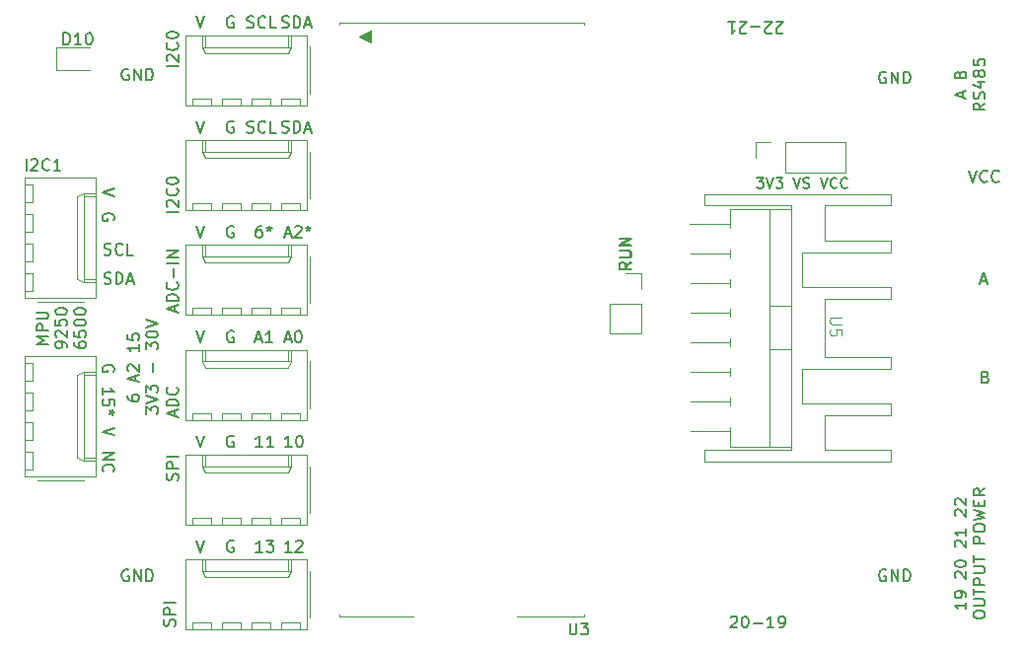
<source format=gbr>
%TF.GenerationSoftware,KiCad,Pcbnew,8.0.3*%
%TF.CreationDate,2024-06-26T22:05:55-03:00*%
%TF.ProjectId,PECDR,50454344-522e-46b6-9963-61645f706362,rev?*%
%TF.SameCoordinates,Original*%
%TF.FileFunction,Legend,Top*%
%TF.FilePolarity,Positive*%
%FSLAX46Y46*%
G04 Gerber Fmt 4.6, Leading zero omitted, Abs format (unit mm)*
G04 Created by KiCad (PCBNEW 8.0.3) date 2024-06-26 22:05:55*
%MOMM*%
%LPD*%
G01*
G04 APERTURE LIST*
%ADD10C,0.150000*%
%ADD11C,0.200000*%
%ADD12C,0.100000*%
%ADD13C,0.120000*%
G04 APERTURE END LIST*
D10*
X56289160Y-72387048D02*
X56765350Y-72387048D01*
X56193922Y-72672763D02*
X56527255Y-71672763D01*
X56527255Y-71672763D02*
X56860588Y-72672763D01*
X57146303Y-71768001D02*
X57193922Y-71720382D01*
X57193922Y-71720382D02*
X57289160Y-71672763D01*
X57289160Y-71672763D02*
X57527255Y-71672763D01*
X57527255Y-71672763D02*
X57622493Y-71720382D01*
X57622493Y-71720382D02*
X57670112Y-71768001D01*
X57670112Y-71768001D02*
X57717731Y-71863239D01*
X57717731Y-71863239D02*
X57717731Y-71958477D01*
X57717731Y-71958477D02*
X57670112Y-72101334D01*
X57670112Y-72101334D02*
X57098684Y-72672763D01*
X57098684Y-72672763D02*
X57717731Y-72672763D01*
X58289160Y-71672763D02*
X58289160Y-71910858D01*
X58051065Y-71815620D02*
X58289160Y-71910858D01*
X58289160Y-71910858D02*
X58527255Y-71815620D01*
X58146303Y-72101334D02*
X58289160Y-71910858D01*
X58289160Y-71910858D02*
X58432017Y-72101334D01*
X54360588Y-90672763D02*
X53789160Y-90672763D01*
X54074874Y-90672763D02*
X54074874Y-89672763D01*
X54074874Y-89672763D02*
X53979636Y-89815620D01*
X53979636Y-89815620D02*
X53884398Y-89910858D01*
X53884398Y-89910858D02*
X53789160Y-89958477D01*
X55312969Y-90672763D02*
X54741541Y-90672763D01*
X55027255Y-90672763D02*
X55027255Y-89672763D01*
X55027255Y-89672763D02*
X54932017Y-89815620D01*
X54932017Y-89815620D02*
X54836779Y-89910858D01*
X54836779Y-89910858D02*
X54741541Y-89958477D01*
X116420112Y-84648953D02*
X116562969Y-84696572D01*
X116562969Y-84696572D02*
X116610588Y-84744191D01*
X116610588Y-84744191D02*
X116658207Y-84839429D01*
X116658207Y-84839429D02*
X116658207Y-84982286D01*
X116658207Y-84982286D02*
X116610588Y-85077524D01*
X116610588Y-85077524D02*
X116562969Y-85125144D01*
X116562969Y-85125144D02*
X116467731Y-85172763D01*
X116467731Y-85172763D02*
X116086779Y-85172763D01*
X116086779Y-85172763D02*
X116086779Y-84172763D01*
X116086779Y-84172763D02*
X116420112Y-84172763D01*
X116420112Y-84172763D02*
X116515350Y-84220382D01*
X116515350Y-84220382D02*
X116562969Y-84268001D01*
X116562969Y-84268001D02*
X116610588Y-84363239D01*
X116610588Y-84363239D02*
X116610588Y-84458477D01*
X116610588Y-84458477D02*
X116562969Y-84553715D01*
X116562969Y-84553715D02*
X116515350Y-84601334D01*
X116515350Y-84601334D02*
X116420112Y-84648953D01*
X116420112Y-84648953D02*
X116086779Y-84648953D01*
X48693922Y-89672763D02*
X49027255Y-90672763D01*
X49027255Y-90672763D02*
X49360588Y-89672763D01*
X51860588Y-53720382D02*
X51765350Y-53672763D01*
X51765350Y-53672763D02*
X51622493Y-53672763D01*
X51622493Y-53672763D02*
X51479636Y-53720382D01*
X51479636Y-53720382D02*
X51384398Y-53815620D01*
X51384398Y-53815620D02*
X51336779Y-53910858D01*
X51336779Y-53910858D02*
X51289160Y-54101334D01*
X51289160Y-54101334D02*
X51289160Y-54244191D01*
X51289160Y-54244191D02*
X51336779Y-54434667D01*
X51336779Y-54434667D02*
X51384398Y-54529905D01*
X51384398Y-54529905D02*
X51479636Y-54625144D01*
X51479636Y-54625144D02*
X51622493Y-54672763D01*
X51622493Y-54672763D02*
X51717731Y-54672763D01*
X51717731Y-54672763D02*
X51860588Y-54625144D01*
X51860588Y-54625144D02*
X51908207Y-54577524D01*
X51908207Y-54577524D02*
X51908207Y-54244191D01*
X51908207Y-54244191D02*
X51717731Y-54244191D01*
X48693922Y-71672763D02*
X49027255Y-72672763D01*
X49027255Y-72672763D02*
X49360588Y-71672763D01*
X47072200Y-93513783D02*
X47119819Y-93370926D01*
X47119819Y-93370926D02*
X47119819Y-93132831D01*
X47119819Y-93132831D02*
X47072200Y-93037593D01*
X47072200Y-93037593D02*
X47024580Y-92989974D01*
X47024580Y-92989974D02*
X46929342Y-92942355D01*
X46929342Y-92942355D02*
X46834104Y-92942355D01*
X46834104Y-92942355D02*
X46738866Y-92989974D01*
X46738866Y-92989974D02*
X46691247Y-93037593D01*
X46691247Y-93037593D02*
X46643628Y-93132831D01*
X46643628Y-93132831D02*
X46596009Y-93323307D01*
X46596009Y-93323307D02*
X46548390Y-93418545D01*
X46548390Y-93418545D02*
X46500771Y-93466164D01*
X46500771Y-93466164D02*
X46405533Y-93513783D01*
X46405533Y-93513783D02*
X46310295Y-93513783D01*
X46310295Y-93513783D02*
X46215057Y-93466164D01*
X46215057Y-93466164D02*
X46167438Y-93418545D01*
X46167438Y-93418545D02*
X46119819Y-93323307D01*
X46119819Y-93323307D02*
X46119819Y-93085212D01*
X46119819Y-93085212D02*
X46167438Y-92942355D01*
X47119819Y-92513783D02*
X46119819Y-92513783D01*
X46119819Y-92513783D02*
X46119819Y-92132831D01*
X46119819Y-92132831D02*
X46167438Y-92037593D01*
X46167438Y-92037593D02*
X46215057Y-91989974D01*
X46215057Y-91989974D02*
X46310295Y-91942355D01*
X46310295Y-91942355D02*
X46453152Y-91942355D01*
X46453152Y-91942355D02*
X46548390Y-91989974D01*
X46548390Y-91989974D02*
X46596009Y-92037593D01*
X46596009Y-92037593D02*
X46643628Y-92132831D01*
X46643628Y-92132831D02*
X46643628Y-92513783D01*
X47119819Y-91513783D02*
X46119819Y-91513783D01*
X85969819Y-74794736D02*
X85493628Y-75128069D01*
X85969819Y-75366164D02*
X84969819Y-75366164D01*
X84969819Y-75366164D02*
X84969819Y-74985212D01*
X84969819Y-74985212D02*
X85017438Y-74889974D01*
X85017438Y-74889974D02*
X85065057Y-74842355D01*
X85065057Y-74842355D02*
X85160295Y-74794736D01*
X85160295Y-74794736D02*
X85303152Y-74794736D01*
X85303152Y-74794736D02*
X85398390Y-74842355D01*
X85398390Y-74842355D02*
X85446009Y-74889974D01*
X85446009Y-74889974D02*
X85493628Y-74985212D01*
X85493628Y-74985212D02*
X85493628Y-75366164D01*
X84969819Y-74366164D02*
X85779342Y-74366164D01*
X85779342Y-74366164D02*
X85874580Y-74318545D01*
X85874580Y-74318545D02*
X85922200Y-74270926D01*
X85922200Y-74270926D02*
X85969819Y-74175688D01*
X85969819Y-74175688D02*
X85969819Y-73985212D01*
X85969819Y-73985212D02*
X85922200Y-73889974D01*
X85922200Y-73889974D02*
X85874580Y-73842355D01*
X85874580Y-73842355D02*
X85779342Y-73794736D01*
X85779342Y-73794736D02*
X84969819Y-73794736D01*
X85969819Y-73318545D02*
X84969819Y-73318545D01*
X84969819Y-73318545D02*
X85969819Y-72747117D01*
X85969819Y-72747117D02*
X84969819Y-72747117D01*
X46834104Y-79013783D02*
X46834104Y-78537593D01*
X47119819Y-79109021D02*
X46119819Y-78775688D01*
X46119819Y-78775688D02*
X47119819Y-78442355D01*
X47119819Y-78109021D02*
X46119819Y-78109021D01*
X46119819Y-78109021D02*
X46119819Y-77870926D01*
X46119819Y-77870926D02*
X46167438Y-77728069D01*
X46167438Y-77728069D02*
X46262676Y-77632831D01*
X46262676Y-77632831D02*
X46357914Y-77585212D01*
X46357914Y-77585212D02*
X46548390Y-77537593D01*
X46548390Y-77537593D02*
X46691247Y-77537593D01*
X46691247Y-77537593D02*
X46881723Y-77585212D01*
X46881723Y-77585212D02*
X46976961Y-77632831D01*
X46976961Y-77632831D02*
X47072200Y-77728069D01*
X47072200Y-77728069D02*
X47119819Y-77870926D01*
X47119819Y-77870926D02*
X47119819Y-78109021D01*
X47024580Y-76537593D02*
X47072200Y-76585212D01*
X47072200Y-76585212D02*
X47119819Y-76728069D01*
X47119819Y-76728069D02*
X47119819Y-76823307D01*
X47119819Y-76823307D02*
X47072200Y-76966164D01*
X47072200Y-76966164D02*
X46976961Y-77061402D01*
X46976961Y-77061402D02*
X46881723Y-77109021D01*
X46881723Y-77109021D02*
X46691247Y-77156640D01*
X46691247Y-77156640D02*
X46548390Y-77156640D01*
X46548390Y-77156640D02*
X46357914Y-77109021D01*
X46357914Y-77109021D02*
X46262676Y-77061402D01*
X46262676Y-77061402D02*
X46167438Y-76966164D01*
X46167438Y-76966164D02*
X46119819Y-76823307D01*
X46119819Y-76823307D02*
X46119819Y-76728069D01*
X46119819Y-76728069D02*
X46167438Y-76585212D01*
X46167438Y-76585212D02*
X46215057Y-76537593D01*
X46738866Y-76109021D02*
X46738866Y-75347117D01*
X47119819Y-74870926D02*
X46119819Y-74870926D01*
X47119819Y-74394736D02*
X46119819Y-74394736D01*
X46119819Y-74394736D02*
X47119819Y-73823308D01*
X47119819Y-73823308D02*
X46119819Y-73823308D01*
X42860588Y-101220382D02*
X42765350Y-101172763D01*
X42765350Y-101172763D02*
X42622493Y-101172763D01*
X42622493Y-101172763D02*
X42479636Y-101220382D01*
X42479636Y-101220382D02*
X42384398Y-101315620D01*
X42384398Y-101315620D02*
X42336779Y-101410858D01*
X42336779Y-101410858D02*
X42289160Y-101601334D01*
X42289160Y-101601334D02*
X42289160Y-101744191D01*
X42289160Y-101744191D02*
X42336779Y-101934667D01*
X42336779Y-101934667D02*
X42384398Y-102029905D01*
X42384398Y-102029905D02*
X42479636Y-102125144D01*
X42479636Y-102125144D02*
X42622493Y-102172763D01*
X42622493Y-102172763D02*
X42717731Y-102172763D01*
X42717731Y-102172763D02*
X42860588Y-102125144D01*
X42860588Y-102125144D02*
X42908207Y-102077524D01*
X42908207Y-102077524D02*
X42908207Y-101744191D01*
X42908207Y-101744191D02*
X42717731Y-101744191D01*
X43336779Y-102172763D02*
X43336779Y-101172763D01*
X43336779Y-101172763D02*
X43908207Y-102172763D01*
X43908207Y-102172763D02*
X43908207Y-101172763D01*
X44384398Y-102172763D02*
X44384398Y-101172763D01*
X44384398Y-101172763D02*
X44622493Y-101172763D01*
X44622493Y-101172763D02*
X44765350Y-101220382D01*
X44765350Y-101220382D02*
X44860588Y-101315620D01*
X44860588Y-101315620D02*
X44908207Y-101410858D01*
X44908207Y-101410858D02*
X44955826Y-101601334D01*
X44955826Y-101601334D02*
X44955826Y-101744191D01*
X44955826Y-101744191D02*
X44908207Y-101934667D01*
X44908207Y-101934667D02*
X44860588Y-102029905D01*
X44860588Y-102029905D02*
X44765350Y-102125144D01*
X44765350Y-102125144D02*
X44622493Y-102172763D01*
X44622493Y-102172763D02*
X44384398Y-102172763D01*
X114759875Y-103993420D02*
X114759875Y-104564848D01*
X114759875Y-104279134D02*
X113759875Y-104279134D01*
X113759875Y-104279134D02*
X113902732Y-104374372D01*
X113902732Y-104374372D02*
X113997970Y-104469610D01*
X113997970Y-104469610D02*
X114045589Y-104564848D01*
X114759875Y-103517229D02*
X114759875Y-103326753D01*
X114759875Y-103326753D02*
X114712256Y-103231515D01*
X114712256Y-103231515D02*
X114664636Y-103183896D01*
X114664636Y-103183896D02*
X114521779Y-103088658D01*
X114521779Y-103088658D02*
X114331303Y-103041039D01*
X114331303Y-103041039D02*
X113950351Y-103041039D01*
X113950351Y-103041039D02*
X113855113Y-103088658D01*
X113855113Y-103088658D02*
X113807494Y-103136277D01*
X113807494Y-103136277D02*
X113759875Y-103231515D01*
X113759875Y-103231515D02*
X113759875Y-103421991D01*
X113759875Y-103421991D02*
X113807494Y-103517229D01*
X113807494Y-103517229D02*
X113855113Y-103564848D01*
X113855113Y-103564848D02*
X113950351Y-103612467D01*
X113950351Y-103612467D02*
X114188446Y-103612467D01*
X114188446Y-103612467D02*
X114283684Y-103564848D01*
X114283684Y-103564848D02*
X114331303Y-103517229D01*
X114331303Y-103517229D02*
X114378922Y-103421991D01*
X114378922Y-103421991D02*
X114378922Y-103231515D01*
X114378922Y-103231515D02*
X114331303Y-103136277D01*
X114331303Y-103136277D02*
X114283684Y-103088658D01*
X114283684Y-103088658D02*
X114188446Y-103041039D01*
X113855113Y-101898181D02*
X113807494Y-101850562D01*
X113807494Y-101850562D02*
X113759875Y-101755324D01*
X113759875Y-101755324D02*
X113759875Y-101517229D01*
X113759875Y-101517229D02*
X113807494Y-101421991D01*
X113807494Y-101421991D02*
X113855113Y-101374372D01*
X113855113Y-101374372D02*
X113950351Y-101326753D01*
X113950351Y-101326753D02*
X114045589Y-101326753D01*
X114045589Y-101326753D02*
X114188446Y-101374372D01*
X114188446Y-101374372D02*
X114759875Y-101945800D01*
X114759875Y-101945800D02*
X114759875Y-101326753D01*
X113759875Y-100707705D02*
X113759875Y-100612467D01*
X113759875Y-100612467D02*
X113807494Y-100517229D01*
X113807494Y-100517229D02*
X113855113Y-100469610D01*
X113855113Y-100469610D02*
X113950351Y-100421991D01*
X113950351Y-100421991D02*
X114140827Y-100374372D01*
X114140827Y-100374372D02*
X114378922Y-100374372D01*
X114378922Y-100374372D02*
X114569398Y-100421991D01*
X114569398Y-100421991D02*
X114664636Y-100469610D01*
X114664636Y-100469610D02*
X114712256Y-100517229D01*
X114712256Y-100517229D02*
X114759875Y-100612467D01*
X114759875Y-100612467D02*
X114759875Y-100707705D01*
X114759875Y-100707705D02*
X114712256Y-100802943D01*
X114712256Y-100802943D02*
X114664636Y-100850562D01*
X114664636Y-100850562D02*
X114569398Y-100898181D01*
X114569398Y-100898181D02*
X114378922Y-100945800D01*
X114378922Y-100945800D02*
X114140827Y-100945800D01*
X114140827Y-100945800D02*
X113950351Y-100898181D01*
X113950351Y-100898181D02*
X113855113Y-100850562D01*
X113855113Y-100850562D02*
X113807494Y-100802943D01*
X113807494Y-100802943D02*
X113759875Y-100707705D01*
X113855113Y-99231514D02*
X113807494Y-99183895D01*
X113807494Y-99183895D02*
X113759875Y-99088657D01*
X113759875Y-99088657D02*
X113759875Y-98850562D01*
X113759875Y-98850562D02*
X113807494Y-98755324D01*
X113807494Y-98755324D02*
X113855113Y-98707705D01*
X113855113Y-98707705D02*
X113950351Y-98660086D01*
X113950351Y-98660086D02*
X114045589Y-98660086D01*
X114045589Y-98660086D02*
X114188446Y-98707705D01*
X114188446Y-98707705D02*
X114759875Y-99279133D01*
X114759875Y-99279133D02*
X114759875Y-98660086D01*
X114759875Y-97707705D02*
X114759875Y-98279133D01*
X114759875Y-97993419D02*
X113759875Y-97993419D01*
X113759875Y-97993419D02*
X113902732Y-98088657D01*
X113902732Y-98088657D02*
X113997970Y-98183895D01*
X113997970Y-98183895D02*
X114045589Y-98279133D01*
X113855113Y-96564847D02*
X113807494Y-96517228D01*
X113807494Y-96517228D02*
X113759875Y-96421990D01*
X113759875Y-96421990D02*
X113759875Y-96183895D01*
X113759875Y-96183895D02*
X113807494Y-96088657D01*
X113807494Y-96088657D02*
X113855113Y-96041038D01*
X113855113Y-96041038D02*
X113950351Y-95993419D01*
X113950351Y-95993419D02*
X114045589Y-95993419D01*
X114045589Y-95993419D02*
X114188446Y-96041038D01*
X114188446Y-96041038D02*
X114759875Y-96612466D01*
X114759875Y-96612466D02*
X114759875Y-95993419D01*
X113855113Y-95612466D02*
X113807494Y-95564847D01*
X113807494Y-95564847D02*
X113759875Y-95469609D01*
X113759875Y-95469609D02*
X113759875Y-95231514D01*
X113759875Y-95231514D02*
X113807494Y-95136276D01*
X113807494Y-95136276D02*
X113855113Y-95088657D01*
X113855113Y-95088657D02*
X113950351Y-95041038D01*
X113950351Y-95041038D02*
X114045589Y-95041038D01*
X114045589Y-95041038D02*
X114188446Y-95088657D01*
X114188446Y-95088657D02*
X114759875Y-95660085D01*
X114759875Y-95660085D02*
X114759875Y-95041038D01*
X115369819Y-105136277D02*
X115369819Y-104945801D01*
X115369819Y-104945801D02*
X115417438Y-104850563D01*
X115417438Y-104850563D02*
X115512676Y-104755325D01*
X115512676Y-104755325D02*
X115703152Y-104707706D01*
X115703152Y-104707706D02*
X116036485Y-104707706D01*
X116036485Y-104707706D02*
X116226961Y-104755325D01*
X116226961Y-104755325D02*
X116322200Y-104850563D01*
X116322200Y-104850563D02*
X116369819Y-104945801D01*
X116369819Y-104945801D02*
X116369819Y-105136277D01*
X116369819Y-105136277D02*
X116322200Y-105231515D01*
X116322200Y-105231515D02*
X116226961Y-105326753D01*
X116226961Y-105326753D02*
X116036485Y-105374372D01*
X116036485Y-105374372D02*
X115703152Y-105374372D01*
X115703152Y-105374372D02*
X115512676Y-105326753D01*
X115512676Y-105326753D02*
X115417438Y-105231515D01*
X115417438Y-105231515D02*
X115369819Y-105136277D01*
X115369819Y-104279134D02*
X116179342Y-104279134D01*
X116179342Y-104279134D02*
X116274580Y-104231515D01*
X116274580Y-104231515D02*
X116322200Y-104183896D01*
X116322200Y-104183896D02*
X116369819Y-104088658D01*
X116369819Y-104088658D02*
X116369819Y-103898182D01*
X116369819Y-103898182D02*
X116322200Y-103802944D01*
X116322200Y-103802944D02*
X116274580Y-103755325D01*
X116274580Y-103755325D02*
X116179342Y-103707706D01*
X116179342Y-103707706D02*
X115369819Y-103707706D01*
X115369819Y-103374372D02*
X115369819Y-102802944D01*
X116369819Y-103088658D02*
X115369819Y-103088658D01*
X116369819Y-102469610D02*
X115369819Y-102469610D01*
X115369819Y-102469610D02*
X115369819Y-102088658D01*
X115369819Y-102088658D02*
X115417438Y-101993420D01*
X115417438Y-101993420D02*
X115465057Y-101945801D01*
X115465057Y-101945801D02*
X115560295Y-101898182D01*
X115560295Y-101898182D02*
X115703152Y-101898182D01*
X115703152Y-101898182D02*
X115798390Y-101945801D01*
X115798390Y-101945801D02*
X115846009Y-101993420D01*
X115846009Y-101993420D02*
X115893628Y-102088658D01*
X115893628Y-102088658D02*
X115893628Y-102469610D01*
X115369819Y-101469610D02*
X116179342Y-101469610D01*
X116179342Y-101469610D02*
X116274580Y-101421991D01*
X116274580Y-101421991D02*
X116322200Y-101374372D01*
X116322200Y-101374372D02*
X116369819Y-101279134D01*
X116369819Y-101279134D02*
X116369819Y-101088658D01*
X116369819Y-101088658D02*
X116322200Y-100993420D01*
X116322200Y-100993420D02*
X116274580Y-100945801D01*
X116274580Y-100945801D02*
X116179342Y-100898182D01*
X116179342Y-100898182D02*
X115369819Y-100898182D01*
X115369819Y-100564848D02*
X115369819Y-99993420D01*
X116369819Y-100279134D02*
X115369819Y-100279134D01*
X116369819Y-98898181D02*
X115369819Y-98898181D01*
X115369819Y-98898181D02*
X115369819Y-98517229D01*
X115369819Y-98517229D02*
X115417438Y-98421991D01*
X115417438Y-98421991D02*
X115465057Y-98374372D01*
X115465057Y-98374372D02*
X115560295Y-98326753D01*
X115560295Y-98326753D02*
X115703152Y-98326753D01*
X115703152Y-98326753D02*
X115798390Y-98374372D01*
X115798390Y-98374372D02*
X115846009Y-98421991D01*
X115846009Y-98421991D02*
X115893628Y-98517229D01*
X115893628Y-98517229D02*
X115893628Y-98898181D01*
X115369819Y-97707705D02*
X115369819Y-97517229D01*
X115369819Y-97517229D02*
X115417438Y-97421991D01*
X115417438Y-97421991D02*
X115512676Y-97326753D01*
X115512676Y-97326753D02*
X115703152Y-97279134D01*
X115703152Y-97279134D02*
X116036485Y-97279134D01*
X116036485Y-97279134D02*
X116226961Y-97326753D01*
X116226961Y-97326753D02*
X116322200Y-97421991D01*
X116322200Y-97421991D02*
X116369819Y-97517229D01*
X116369819Y-97517229D02*
X116369819Y-97707705D01*
X116369819Y-97707705D02*
X116322200Y-97802943D01*
X116322200Y-97802943D02*
X116226961Y-97898181D01*
X116226961Y-97898181D02*
X116036485Y-97945800D01*
X116036485Y-97945800D02*
X115703152Y-97945800D01*
X115703152Y-97945800D02*
X115512676Y-97898181D01*
X115512676Y-97898181D02*
X115417438Y-97802943D01*
X115417438Y-97802943D02*
X115369819Y-97707705D01*
X115369819Y-96945800D02*
X116369819Y-96707705D01*
X116369819Y-96707705D02*
X115655533Y-96517229D01*
X115655533Y-96517229D02*
X116369819Y-96326753D01*
X116369819Y-96326753D02*
X115369819Y-96088658D01*
X115846009Y-95707705D02*
X115846009Y-95374372D01*
X116369819Y-95231515D02*
X116369819Y-95707705D01*
X116369819Y-95707705D02*
X115369819Y-95707705D01*
X115369819Y-95707705D02*
X115369819Y-95231515D01*
X116369819Y-94231515D02*
X115893628Y-94564848D01*
X116369819Y-94802943D02*
X115369819Y-94802943D01*
X115369819Y-94802943D02*
X115369819Y-94421991D01*
X115369819Y-94421991D02*
X115417438Y-94326753D01*
X115417438Y-94326753D02*
X115465057Y-94279134D01*
X115465057Y-94279134D02*
X115560295Y-94231515D01*
X115560295Y-94231515D02*
X115703152Y-94231515D01*
X115703152Y-94231515D02*
X115798390Y-94279134D01*
X115798390Y-94279134D02*
X115846009Y-94326753D01*
X115846009Y-94326753D02*
X115893628Y-94421991D01*
X115893628Y-94421991D02*
X115893628Y-94802943D01*
X56039160Y-54625144D02*
X56182017Y-54672763D01*
X56182017Y-54672763D02*
X56420112Y-54672763D01*
X56420112Y-54672763D02*
X56515350Y-54625144D01*
X56515350Y-54625144D02*
X56562969Y-54577524D01*
X56562969Y-54577524D02*
X56610588Y-54482286D01*
X56610588Y-54482286D02*
X56610588Y-54387048D01*
X56610588Y-54387048D02*
X56562969Y-54291810D01*
X56562969Y-54291810D02*
X56515350Y-54244191D01*
X56515350Y-54244191D02*
X56420112Y-54196572D01*
X56420112Y-54196572D02*
X56229636Y-54148953D01*
X56229636Y-54148953D02*
X56134398Y-54101334D01*
X56134398Y-54101334D02*
X56086779Y-54053715D01*
X56086779Y-54053715D02*
X56039160Y-53958477D01*
X56039160Y-53958477D02*
X56039160Y-53863239D01*
X56039160Y-53863239D02*
X56086779Y-53768001D01*
X56086779Y-53768001D02*
X56134398Y-53720382D01*
X56134398Y-53720382D02*
X56229636Y-53672763D01*
X56229636Y-53672763D02*
X56467731Y-53672763D01*
X56467731Y-53672763D02*
X56610588Y-53720382D01*
X57039160Y-54672763D02*
X57039160Y-53672763D01*
X57039160Y-53672763D02*
X57277255Y-53672763D01*
X57277255Y-53672763D02*
X57420112Y-53720382D01*
X57420112Y-53720382D02*
X57515350Y-53815620D01*
X57515350Y-53815620D02*
X57562969Y-53910858D01*
X57562969Y-53910858D02*
X57610588Y-54101334D01*
X57610588Y-54101334D02*
X57610588Y-54244191D01*
X57610588Y-54244191D02*
X57562969Y-54434667D01*
X57562969Y-54434667D02*
X57515350Y-54529905D01*
X57515350Y-54529905D02*
X57420112Y-54625144D01*
X57420112Y-54625144D02*
X57277255Y-54672763D01*
X57277255Y-54672763D02*
X57039160Y-54672763D01*
X57991541Y-54387048D02*
X58467731Y-54387048D01*
X57896303Y-54672763D02*
X58229636Y-53672763D01*
X58229636Y-53672763D02*
X58562969Y-54672763D01*
X48693922Y-62672763D02*
X49027255Y-63672763D01*
X49027255Y-63672763D02*
X49360588Y-62672763D01*
X114993922Y-66922763D02*
X115327255Y-67922763D01*
X115327255Y-67922763D02*
X115660588Y-66922763D01*
X116565350Y-67827524D02*
X116517731Y-67875144D01*
X116517731Y-67875144D02*
X116374874Y-67922763D01*
X116374874Y-67922763D02*
X116279636Y-67922763D01*
X116279636Y-67922763D02*
X116136779Y-67875144D01*
X116136779Y-67875144D02*
X116041541Y-67779905D01*
X116041541Y-67779905D02*
X115993922Y-67684667D01*
X115993922Y-67684667D02*
X115946303Y-67494191D01*
X115946303Y-67494191D02*
X115946303Y-67351334D01*
X115946303Y-67351334D02*
X115993922Y-67160858D01*
X115993922Y-67160858D02*
X116041541Y-67065620D01*
X116041541Y-67065620D02*
X116136779Y-66970382D01*
X116136779Y-66970382D02*
X116279636Y-66922763D01*
X116279636Y-66922763D02*
X116374874Y-66922763D01*
X116374874Y-66922763D02*
X116517731Y-66970382D01*
X116517731Y-66970382D02*
X116565350Y-67018001D01*
X117565350Y-67827524D02*
X117517731Y-67875144D01*
X117517731Y-67875144D02*
X117374874Y-67922763D01*
X117374874Y-67922763D02*
X117279636Y-67922763D01*
X117279636Y-67922763D02*
X117136779Y-67875144D01*
X117136779Y-67875144D02*
X117041541Y-67779905D01*
X117041541Y-67779905D02*
X116993922Y-67684667D01*
X116993922Y-67684667D02*
X116946303Y-67494191D01*
X116946303Y-67494191D02*
X116946303Y-67351334D01*
X116946303Y-67351334D02*
X116993922Y-67160858D01*
X116993922Y-67160858D02*
X117041541Y-67065620D01*
X117041541Y-67065620D02*
X117136779Y-66970382D01*
X117136779Y-66970382D02*
X117279636Y-66922763D01*
X117279636Y-66922763D02*
X117374874Y-66922763D01*
X117374874Y-66922763D02*
X117517731Y-66970382D01*
X117517731Y-66970382D02*
X117565350Y-67018001D01*
D11*
X35967331Y-81810086D02*
X34967331Y-81810086D01*
X34967331Y-81810086D02*
X35681616Y-81476753D01*
X35681616Y-81476753D02*
X34967331Y-81143420D01*
X34967331Y-81143420D02*
X35967331Y-81143420D01*
X35967331Y-80667229D02*
X34967331Y-80667229D01*
X34967331Y-80667229D02*
X34967331Y-80286277D01*
X34967331Y-80286277D02*
X35014950Y-80191039D01*
X35014950Y-80191039D02*
X35062569Y-80143420D01*
X35062569Y-80143420D02*
X35157807Y-80095801D01*
X35157807Y-80095801D02*
X35300664Y-80095801D01*
X35300664Y-80095801D02*
X35395902Y-80143420D01*
X35395902Y-80143420D02*
X35443521Y-80191039D01*
X35443521Y-80191039D02*
X35491140Y-80286277D01*
X35491140Y-80286277D02*
X35491140Y-80667229D01*
X34967331Y-79667229D02*
X35776854Y-79667229D01*
X35776854Y-79667229D02*
X35872092Y-79619610D01*
X35872092Y-79619610D02*
X35919712Y-79571991D01*
X35919712Y-79571991D02*
X35967331Y-79476753D01*
X35967331Y-79476753D02*
X35967331Y-79286277D01*
X35967331Y-79286277D02*
X35919712Y-79191039D01*
X35919712Y-79191039D02*
X35872092Y-79143420D01*
X35872092Y-79143420D02*
X35776854Y-79095801D01*
X35776854Y-79095801D02*
X34967331Y-79095801D01*
X37577275Y-82071991D02*
X37577275Y-81881515D01*
X37577275Y-81881515D02*
X37529656Y-81786277D01*
X37529656Y-81786277D02*
X37482036Y-81738658D01*
X37482036Y-81738658D02*
X37339179Y-81643420D01*
X37339179Y-81643420D02*
X37148703Y-81595801D01*
X37148703Y-81595801D02*
X36767751Y-81595801D01*
X36767751Y-81595801D02*
X36672513Y-81643420D01*
X36672513Y-81643420D02*
X36624894Y-81691039D01*
X36624894Y-81691039D02*
X36577275Y-81786277D01*
X36577275Y-81786277D02*
X36577275Y-81976753D01*
X36577275Y-81976753D02*
X36624894Y-82071991D01*
X36624894Y-82071991D02*
X36672513Y-82119610D01*
X36672513Y-82119610D02*
X36767751Y-82167229D01*
X36767751Y-82167229D02*
X37005846Y-82167229D01*
X37005846Y-82167229D02*
X37101084Y-82119610D01*
X37101084Y-82119610D02*
X37148703Y-82071991D01*
X37148703Y-82071991D02*
X37196322Y-81976753D01*
X37196322Y-81976753D02*
X37196322Y-81786277D01*
X37196322Y-81786277D02*
X37148703Y-81691039D01*
X37148703Y-81691039D02*
X37101084Y-81643420D01*
X37101084Y-81643420D02*
X37005846Y-81595801D01*
X36672513Y-81214848D02*
X36624894Y-81167229D01*
X36624894Y-81167229D02*
X36577275Y-81071991D01*
X36577275Y-81071991D02*
X36577275Y-80833896D01*
X36577275Y-80833896D02*
X36624894Y-80738658D01*
X36624894Y-80738658D02*
X36672513Y-80691039D01*
X36672513Y-80691039D02*
X36767751Y-80643420D01*
X36767751Y-80643420D02*
X36862989Y-80643420D01*
X36862989Y-80643420D02*
X37005846Y-80691039D01*
X37005846Y-80691039D02*
X37577275Y-81262467D01*
X37577275Y-81262467D02*
X37577275Y-80643420D01*
X36577275Y-79738658D02*
X36577275Y-80214848D01*
X36577275Y-80214848D02*
X37053465Y-80262467D01*
X37053465Y-80262467D02*
X37005846Y-80214848D01*
X37005846Y-80214848D02*
X36958227Y-80119610D01*
X36958227Y-80119610D02*
X36958227Y-79881515D01*
X36958227Y-79881515D02*
X37005846Y-79786277D01*
X37005846Y-79786277D02*
X37053465Y-79738658D01*
X37053465Y-79738658D02*
X37148703Y-79691039D01*
X37148703Y-79691039D02*
X37386798Y-79691039D01*
X37386798Y-79691039D02*
X37482036Y-79738658D01*
X37482036Y-79738658D02*
X37529656Y-79786277D01*
X37529656Y-79786277D02*
X37577275Y-79881515D01*
X37577275Y-79881515D02*
X37577275Y-80119610D01*
X37577275Y-80119610D02*
X37529656Y-80214848D01*
X37529656Y-80214848D02*
X37482036Y-80262467D01*
X36577275Y-79071991D02*
X36577275Y-78976753D01*
X36577275Y-78976753D02*
X36624894Y-78881515D01*
X36624894Y-78881515D02*
X36672513Y-78833896D01*
X36672513Y-78833896D02*
X36767751Y-78786277D01*
X36767751Y-78786277D02*
X36958227Y-78738658D01*
X36958227Y-78738658D02*
X37196322Y-78738658D01*
X37196322Y-78738658D02*
X37386798Y-78786277D01*
X37386798Y-78786277D02*
X37482036Y-78833896D01*
X37482036Y-78833896D02*
X37529656Y-78881515D01*
X37529656Y-78881515D02*
X37577275Y-78976753D01*
X37577275Y-78976753D02*
X37577275Y-79071991D01*
X37577275Y-79071991D02*
X37529656Y-79167229D01*
X37529656Y-79167229D02*
X37482036Y-79214848D01*
X37482036Y-79214848D02*
X37386798Y-79262467D01*
X37386798Y-79262467D02*
X37196322Y-79310086D01*
X37196322Y-79310086D02*
X36958227Y-79310086D01*
X36958227Y-79310086D02*
X36767751Y-79262467D01*
X36767751Y-79262467D02*
X36672513Y-79214848D01*
X36672513Y-79214848D02*
X36624894Y-79167229D01*
X36624894Y-79167229D02*
X36577275Y-79071991D01*
X38187219Y-81691039D02*
X38187219Y-81881515D01*
X38187219Y-81881515D02*
X38234838Y-81976753D01*
X38234838Y-81976753D02*
X38282457Y-82024372D01*
X38282457Y-82024372D02*
X38425314Y-82119610D01*
X38425314Y-82119610D02*
X38615790Y-82167229D01*
X38615790Y-82167229D02*
X38996742Y-82167229D01*
X38996742Y-82167229D02*
X39091980Y-82119610D01*
X39091980Y-82119610D02*
X39139600Y-82071991D01*
X39139600Y-82071991D02*
X39187219Y-81976753D01*
X39187219Y-81976753D02*
X39187219Y-81786277D01*
X39187219Y-81786277D02*
X39139600Y-81691039D01*
X39139600Y-81691039D02*
X39091980Y-81643420D01*
X39091980Y-81643420D02*
X38996742Y-81595801D01*
X38996742Y-81595801D02*
X38758647Y-81595801D01*
X38758647Y-81595801D02*
X38663409Y-81643420D01*
X38663409Y-81643420D02*
X38615790Y-81691039D01*
X38615790Y-81691039D02*
X38568171Y-81786277D01*
X38568171Y-81786277D02*
X38568171Y-81976753D01*
X38568171Y-81976753D02*
X38615790Y-82071991D01*
X38615790Y-82071991D02*
X38663409Y-82119610D01*
X38663409Y-82119610D02*
X38758647Y-82167229D01*
X38187219Y-80691039D02*
X38187219Y-81167229D01*
X38187219Y-81167229D02*
X38663409Y-81214848D01*
X38663409Y-81214848D02*
X38615790Y-81167229D01*
X38615790Y-81167229D02*
X38568171Y-81071991D01*
X38568171Y-81071991D02*
X38568171Y-80833896D01*
X38568171Y-80833896D02*
X38615790Y-80738658D01*
X38615790Y-80738658D02*
X38663409Y-80691039D01*
X38663409Y-80691039D02*
X38758647Y-80643420D01*
X38758647Y-80643420D02*
X38996742Y-80643420D01*
X38996742Y-80643420D02*
X39091980Y-80691039D01*
X39091980Y-80691039D02*
X39139600Y-80738658D01*
X39139600Y-80738658D02*
X39187219Y-80833896D01*
X39187219Y-80833896D02*
X39187219Y-81071991D01*
X39187219Y-81071991D02*
X39139600Y-81167229D01*
X39139600Y-81167229D02*
X39091980Y-81214848D01*
X38187219Y-80024372D02*
X38187219Y-79929134D01*
X38187219Y-79929134D02*
X38234838Y-79833896D01*
X38234838Y-79833896D02*
X38282457Y-79786277D01*
X38282457Y-79786277D02*
X38377695Y-79738658D01*
X38377695Y-79738658D02*
X38568171Y-79691039D01*
X38568171Y-79691039D02*
X38806266Y-79691039D01*
X38806266Y-79691039D02*
X38996742Y-79738658D01*
X38996742Y-79738658D02*
X39091980Y-79786277D01*
X39091980Y-79786277D02*
X39139600Y-79833896D01*
X39139600Y-79833896D02*
X39187219Y-79929134D01*
X39187219Y-79929134D02*
X39187219Y-80024372D01*
X39187219Y-80024372D02*
X39139600Y-80119610D01*
X39139600Y-80119610D02*
X39091980Y-80167229D01*
X39091980Y-80167229D02*
X38996742Y-80214848D01*
X38996742Y-80214848D02*
X38806266Y-80262467D01*
X38806266Y-80262467D02*
X38568171Y-80262467D01*
X38568171Y-80262467D02*
X38377695Y-80214848D01*
X38377695Y-80214848D02*
X38282457Y-80167229D01*
X38282457Y-80167229D02*
X38234838Y-80119610D01*
X38234838Y-80119610D02*
X38187219Y-80024372D01*
X38187219Y-79071991D02*
X38187219Y-78976753D01*
X38187219Y-78976753D02*
X38234838Y-78881515D01*
X38234838Y-78881515D02*
X38282457Y-78833896D01*
X38282457Y-78833896D02*
X38377695Y-78786277D01*
X38377695Y-78786277D02*
X38568171Y-78738658D01*
X38568171Y-78738658D02*
X38806266Y-78738658D01*
X38806266Y-78738658D02*
X38996742Y-78786277D01*
X38996742Y-78786277D02*
X39091980Y-78833896D01*
X39091980Y-78833896D02*
X39139600Y-78881515D01*
X39139600Y-78881515D02*
X39187219Y-78976753D01*
X39187219Y-78976753D02*
X39187219Y-79071991D01*
X39187219Y-79071991D02*
X39139600Y-79167229D01*
X39139600Y-79167229D02*
X39091980Y-79214848D01*
X39091980Y-79214848D02*
X38996742Y-79262467D01*
X38996742Y-79262467D02*
X38806266Y-79310086D01*
X38806266Y-79310086D02*
X38568171Y-79310086D01*
X38568171Y-79310086D02*
X38377695Y-79262467D01*
X38377695Y-79262467D02*
X38282457Y-79214848D01*
X38282457Y-79214848D02*
X38234838Y-79167229D01*
X38234838Y-79167229D02*
X38187219Y-79071991D01*
D10*
X51860588Y-98720382D02*
X51765350Y-98672763D01*
X51765350Y-98672763D02*
X51622493Y-98672763D01*
X51622493Y-98672763D02*
X51479636Y-98720382D01*
X51479636Y-98720382D02*
X51384398Y-98815620D01*
X51384398Y-98815620D02*
X51336779Y-98910858D01*
X51336779Y-98910858D02*
X51289160Y-99101334D01*
X51289160Y-99101334D02*
X51289160Y-99244191D01*
X51289160Y-99244191D02*
X51336779Y-99434667D01*
X51336779Y-99434667D02*
X51384398Y-99529905D01*
X51384398Y-99529905D02*
X51479636Y-99625144D01*
X51479636Y-99625144D02*
X51622493Y-99672763D01*
X51622493Y-99672763D02*
X51717731Y-99672763D01*
X51717731Y-99672763D02*
X51860588Y-99625144D01*
X51860588Y-99625144D02*
X51908207Y-99577524D01*
X51908207Y-99577524D02*
X51908207Y-99244191D01*
X51908207Y-99244191D02*
X51717731Y-99244191D01*
X56289160Y-81387048D02*
X56765350Y-81387048D01*
X56193922Y-81672763D02*
X56527255Y-80672763D01*
X56527255Y-80672763D02*
X56860588Y-81672763D01*
X57384398Y-80672763D02*
X57479636Y-80672763D01*
X57479636Y-80672763D02*
X57574874Y-80720382D01*
X57574874Y-80720382D02*
X57622493Y-80768001D01*
X57622493Y-80768001D02*
X57670112Y-80863239D01*
X57670112Y-80863239D02*
X57717731Y-81053715D01*
X57717731Y-81053715D02*
X57717731Y-81291810D01*
X57717731Y-81291810D02*
X57670112Y-81482286D01*
X57670112Y-81482286D02*
X57622493Y-81577524D01*
X57622493Y-81577524D02*
X57574874Y-81625144D01*
X57574874Y-81625144D02*
X57479636Y-81672763D01*
X57479636Y-81672763D02*
X57384398Y-81672763D01*
X57384398Y-81672763D02*
X57289160Y-81625144D01*
X57289160Y-81625144D02*
X57241541Y-81577524D01*
X57241541Y-81577524D02*
X57193922Y-81482286D01*
X57193922Y-81482286D02*
X57146303Y-81291810D01*
X57146303Y-81291810D02*
X57146303Y-81053715D01*
X57146303Y-81053715D02*
X57193922Y-80863239D01*
X57193922Y-80863239D02*
X57241541Y-80768001D01*
X57241541Y-80768001D02*
X57289160Y-80720382D01*
X57289160Y-80720382D02*
X57384398Y-80672763D01*
X42759875Y-86231515D02*
X42759875Y-86421991D01*
X42759875Y-86421991D02*
X42807494Y-86517229D01*
X42807494Y-86517229D02*
X42855113Y-86564848D01*
X42855113Y-86564848D02*
X42997970Y-86660086D01*
X42997970Y-86660086D02*
X43188446Y-86707705D01*
X43188446Y-86707705D02*
X43569398Y-86707705D01*
X43569398Y-86707705D02*
X43664636Y-86660086D01*
X43664636Y-86660086D02*
X43712256Y-86612467D01*
X43712256Y-86612467D02*
X43759875Y-86517229D01*
X43759875Y-86517229D02*
X43759875Y-86326753D01*
X43759875Y-86326753D02*
X43712256Y-86231515D01*
X43712256Y-86231515D02*
X43664636Y-86183896D01*
X43664636Y-86183896D02*
X43569398Y-86136277D01*
X43569398Y-86136277D02*
X43331303Y-86136277D01*
X43331303Y-86136277D02*
X43236065Y-86183896D01*
X43236065Y-86183896D02*
X43188446Y-86231515D01*
X43188446Y-86231515D02*
X43140827Y-86326753D01*
X43140827Y-86326753D02*
X43140827Y-86517229D01*
X43140827Y-86517229D02*
X43188446Y-86612467D01*
X43188446Y-86612467D02*
X43236065Y-86660086D01*
X43236065Y-86660086D02*
X43331303Y-86707705D01*
X43474160Y-84993419D02*
X43474160Y-84517229D01*
X43759875Y-85088657D02*
X42759875Y-84755324D01*
X42759875Y-84755324D02*
X43759875Y-84421991D01*
X42855113Y-84136276D02*
X42807494Y-84088657D01*
X42807494Y-84088657D02*
X42759875Y-83993419D01*
X42759875Y-83993419D02*
X42759875Y-83755324D01*
X42759875Y-83755324D02*
X42807494Y-83660086D01*
X42807494Y-83660086D02*
X42855113Y-83612467D01*
X42855113Y-83612467D02*
X42950351Y-83564848D01*
X42950351Y-83564848D02*
X43045589Y-83564848D01*
X43045589Y-83564848D02*
X43188446Y-83612467D01*
X43188446Y-83612467D02*
X43759875Y-84183895D01*
X43759875Y-84183895D02*
X43759875Y-83564848D01*
X43759875Y-81850562D02*
X43759875Y-82421990D01*
X43759875Y-82136276D02*
X42759875Y-82136276D01*
X42759875Y-82136276D02*
X42902732Y-82231514D01*
X42902732Y-82231514D02*
X42997970Y-82326752D01*
X42997970Y-82326752D02*
X43045589Y-82421990D01*
X42759875Y-80945800D02*
X42759875Y-81421990D01*
X42759875Y-81421990D02*
X43236065Y-81469609D01*
X43236065Y-81469609D02*
X43188446Y-81421990D01*
X43188446Y-81421990D02*
X43140827Y-81326752D01*
X43140827Y-81326752D02*
X43140827Y-81088657D01*
X43140827Y-81088657D02*
X43188446Y-80993419D01*
X43188446Y-80993419D02*
X43236065Y-80945800D01*
X43236065Y-80945800D02*
X43331303Y-80898181D01*
X43331303Y-80898181D02*
X43569398Y-80898181D01*
X43569398Y-80898181D02*
X43664636Y-80945800D01*
X43664636Y-80945800D02*
X43712256Y-80993419D01*
X43712256Y-80993419D02*
X43759875Y-81088657D01*
X43759875Y-81088657D02*
X43759875Y-81326752D01*
X43759875Y-81326752D02*
X43712256Y-81421990D01*
X43712256Y-81421990D02*
X43664636Y-81469609D01*
X44369819Y-87802943D02*
X44369819Y-87183896D01*
X44369819Y-87183896D02*
X44750771Y-87517229D01*
X44750771Y-87517229D02*
X44750771Y-87374372D01*
X44750771Y-87374372D02*
X44798390Y-87279134D01*
X44798390Y-87279134D02*
X44846009Y-87231515D01*
X44846009Y-87231515D02*
X44941247Y-87183896D01*
X44941247Y-87183896D02*
X45179342Y-87183896D01*
X45179342Y-87183896D02*
X45274580Y-87231515D01*
X45274580Y-87231515D02*
X45322200Y-87279134D01*
X45322200Y-87279134D02*
X45369819Y-87374372D01*
X45369819Y-87374372D02*
X45369819Y-87660086D01*
X45369819Y-87660086D02*
X45322200Y-87755324D01*
X45322200Y-87755324D02*
X45274580Y-87802943D01*
X44369819Y-86898181D02*
X45369819Y-86564848D01*
X45369819Y-86564848D02*
X44369819Y-86231515D01*
X44369819Y-85993419D02*
X44369819Y-85374372D01*
X44369819Y-85374372D02*
X44750771Y-85707705D01*
X44750771Y-85707705D02*
X44750771Y-85564848D01*
X44750771Y-85564848D02*
X44798390Y-85469610D01*
X44798390Y-85469610D02*
X44846009Y-85421991D01*
X44846009Y-85421991D02*
X44941247Y-85374372D01*
X44941247Y-85374372D02*
X45179342Y-85374372D01*
X45179342Y-85374372D02*
X45274580Y-85421991D01*
X45274580Y-85421991D02*
X45322200Y-85469610D01*
X45322200Y-85469610D02*
X45369819Y-85564848D01*
X45369819Y-85564848D02*
X45369819Y-85850562D01*
X45369819Y-85850562D02*
X45322200Y-85945800D01*
X45322200Y-85945800D02*
X45274580Y-85993419D01*
X44988866Y-84183895D02*
X44988866Y-83421991D01*
X44369819Y-82279133D02*
X44369819Y-81660086D01*
X44369819Y-81660086D02*
X44750771Y-81993419D01*
X44750771Y-81993419D02*
X44750771Y-81850562D01*
X44750771Y-81850562D02*
X44798390Y-81755324D01*
X44798390Y-81755324D02*
X44846009Y-81707705D01*
X44846009Y-81707705D02*
X44941247Y-81660086D01*
X44941247Y-81660086D02*
X45179342Y-81660086D01*
X45179342Y-81660086D02*
X45274580Y-81707705D01*
X45274580Y-81707705D02*
X45322200Y-81755324D01*
X45322200Y-81755324D02*
X45369819Y-81850562D01*
X45369819Y-81850562D02*
X45369819Y-82136276D01*
X45369819Y-82136276D02*
X45322200Y-82231514D01*
X45322200Y-82231514D02*
X45274580Y-82279133D01*
X44369819Y-81041038D02*
X44369819Y-80945800D01*
X44369819Y-80945800D02*
X44417438Y-80850562D01*
X44417438Y-80850562D02*
X44465057Y-80802943D01*
X44465057Y-80802943D02*
X44560295Y-80755324D01*
X44560295Y-80755324D02*
X44750771Y-80707705D01*
X44750771Y-80707705D02*
X44988866Y-80707705D01*
X44988866Y-80707705D02*
X45179342Y-80755324D01*
X45179342Y-80755324D02*
X45274580Y-80802943D01*
X45274580Y-80802943D02*
X45322200Y-80850562D01*
X45322200Y-80850562D02*
X45369819Y-80945800D01*
X45369819Y-80945800D02*
X45369819Y-81041038D01*
X45369819Y-81041038D02*
X45322200Y-81136276D01*
X45322200Y-81136276D02*
X45274580Y-81183895D01*
X45274580Y-81183895D02*
X45179342Y-81231514D01*
X45179342Y-81231514D02*
X44988866Y-81279133D01*
X44988866Y-81279133D02*
X44750771Y-81279133D01*
X44750771Y-81279133D02*
X44560295Y-81231514D01*
X44560295Y-81231514D02*
X44465057Y-81183895D01*
X44465057Y-81183895D02*
X44417438Y-81136276D01*
X44417438Y-81136276D02*
X44369819Y-81041038D01*
X44369819Y-80421990D02*
X45369819Y-80088657D01*
X45369819Y-80088657D02*
X44369819Y-79755324D01*
X116039160Y-76387048D02*
X116515350Y-76387048D01*
X115943922Y-76672763D02*
X116277255Y-75672763D01*
X116277255Y-75672763D02*
X116610588Y-76672763D01*
X53039160Y-63625144D02*
X53182017Y-63672763D01*
X53182017Y-63672763D02*
X53420112Y-63672763D01*
X53420112Y-63672763D02*
X53515350Y-63625144D01*
X53515350Y-63625144D02*
X53562969Y-63577524D01*
X53562969Y-63577524D02*
X53610588Y-63482286D01*
X53610588Y-63482286D02*
X53610588Y-63387048D01*
X53610588Y-63387048D02*
X53562969Y-63291810D01*
X53562969Y-63291810D02*
X53515350Y-63244191D01*
X53515350Y-63244191D02*
X53420112Y-63196572D01*
X53420112Y-63196572D02*
X53229636Y-63148953D01*
X53229636Y-63148953D02*
X53134398Y-63101334D01*
X53134398Y-63101334D02*
X53086779Y-63053715D01*
X53086779Y-63053715D02*
X53039160Y-62958477D01*
X53039160Y-62958477D02*
X53039160Y-62863239D01*
X53039160Y-62863239D02*
X53086779Y-62768001D01*
X53086779Y-62768001D02*
X53134398Y-62720382D01*
X53134398Y-62720382D02*
X53229636Y-62672763D01*
X53229636Y-62672763D02*
X53467731Y-62672763D01*
X53467731Y-62672763D02*
X53610588Y-62720382D01*
X54610588Y-63577524D02*
X54562969Y-63625144D01*
X54562969Y-63625144D02*
X54420112Y-63672763D01*
X54420112Y-63672763D02*
X54324874Y-63672763D01*
X54324874Y-63672763D02*
X54182017Y-63625144D01*
X54182017Y-63625144D02*
X54086779Y-63529905D01*
X54086779Y-63529905D02*
X54039160Y-63434667D01*
X54039160Y-63434667D02*
X53991541Y-63244191D01*
X53991541Y-63244191D02*
X53991541Y-63101334D01*
X53991541Y-63101334D02*
X54039160Y-62910858D01*
X54039160Y-62910858D02*
X54086779Y-62815620D01*
X54086779Y-62815620D02*
X54182017Y-62720382D01*
X54182017Y-62720382D02*
X54324874Y-62672763D01*
X54324874Y-62672763D02*
X54420112Y-62672763D01*
X54420112Y-62672763D02*
X54562969Y-62720382D01*
X54562969Y-62720382D02*
X54610588Y-62768001D01*
X55515350Y-63672763D02*
X55039160Y-63672763D01*
X55039160Y-63672763D02*
X55039160Y-62672763D01*
X51860588Y-71720382D02*
X51765350Y-71672763D01*
X51765350Y-71672763D02*
X51622493Y-71672763D01*
X51622493Y-71672763D02*
X51479636Y-71720382D01*
X51479636Y-71720382D02*
X51384398Y-71815620D01*
X51384398Y-71815620D02*
X51336779Y-71910858D01*
X51336779Y-71910858D02*
X51289160Y-72101334D01*
X51289160Y-72101334D02*
X51289160Y-72244191D01*
X51289160Y-72244191D02*
X51336779Y-72434667D01*
X51336779Y-72434667D02*
X51384398Y-72529905D01*
X51384398Y-72529905D02*
X51479636Y-72625144D01*
X51479636Y-72625144D02*
X51622493Y-72672763D01*
X51622493Y-72672763D02*
X51717731Y-72672763D01*
X51717731Y-72672763D02*
X51860588Y-72625144D01*
X51860588Y-72625144D02*
X51908207Y-72577524D01*
X51908207Y-72577524D02*
X51908207Y-72244191D01*
X51908207Y-72244191D02*
X51717731Y-72244191D01*
X53039160Y-54625144D02*
X53182017Y-54672763D01*
X53182017Y-54672763D02*
X53420112Y-54672763D01*
X53420112Y-54672763D02*
X53515350Y-54625144D01*
X53515350Y-54625144D02*
X53562969Y-54577524D01*
X53562969Y-54577524D02*
X53610588Y-54482286D01*
X53610588Y-54482286D02*
X53610588Y-54387048D01*
X53610588Y-54387048D02*
X53562969Y-54291810D01*
X53562969Y-54291810D02*
X53515350Y-54244191D01*
X53515350Y-54244191D02*
X53420112Y-54196572D01*
X53420112Y-54196572D02*
X53229636Y-54148953D01*
X53229636Y-54148953D02*
X53134398Y-54101334D01*
X53134398Y-54101334D02*
X53086779Y-54053715D01*
X53086779Y-54053715D02*
X53039160Y-53958477D01*
X53039160Y-53958477D02*
X53039160Y-53863239D01*
X53039160Y-53863239D02*
X53086779Y-53768001D01*
X53086779Y-53768001D02*
X53134398Y-53720382D01*
X53134398Y-53720382D02*
X53229636Y-53672763D01*
X53229636Y-53672763D02*
X53467731Y-53672763D01*
X53467731Y-53672763D02*
X53610588Y-53720382D01*
X54610588Y-54577524D02*
X54562969Y-54625144D01*
X54562969Y-54625144D02*
X54420112Y-54672763D01*
X54420112Y-54672763D02*
X54324874Y-54672763D01*
X54324874Y-54672763D02*
X54182017Y-54625144D01*
X54182017Y-54625144D02*
X54086779Y-54529905D01*
X54086779Y-54529905D02*
X54039160Y-54434667D01*
X54039160Y-54434667D02*
X53991541Y-54244191D01*
X53991541Y-54244191D02*
X53991541Y-54101334D01*
X53991541Y-54101334D02*
X54039160Y-53910858D01*
X54039160Y-53910858D02*
X54086779Y-53815620D01*
X54086779Y-53815620D02*
X54182017Y-53720382D01*
X54182017Y-53720382D02*
X54324874Y-53672763D01*
X54324874Y-53672763D02*
X54420112Y-53672763D01*
X54420112Y-53672763D02*
X54562969Y-53720382D01*
X54562969Y-53720382D02*
X54610588Y-53768001D01*
X55515350Y-54672763D02*
X55039160Y-54672763D01*
X55039160Y-54672763D02*
X55039160Y-53672763D01*
X96799999Y-67535001D02*
X97357142Y-67535001D01*
X97357142Y-67535001D02*
X97057142Y-67877858D01*
X97057142Y-67877858D02*
X97185713Y-67877858D01*
X97185713Y-67877858D02*
X97271428Y-67920715D01*
X97271428Y-67920715D02*
X97314285Y-67963572D01*
X97314285Y-67963572D02*
X97357142Y-68049286D01*
X97357142Y-68049286D02*
X97357142Y-68263572D01*
X97357142Y-68263572D02*
X97314285Y-68349286D01*
X97314285Y-68349286D02*
X97271428Y-68392144D01*
X97271428Y-68392144D02*
X97185713Y-68435001D01*
X97185713Y-68435001D02*
X96928570Y-68435001D01*
X96928570Y-68435001D02*
X96842856Y-68392144D01*
X96842856Y-68392144D02*
X96799999Y-68349286D01*
X97614285Y-67535001D02*
X97914285Y-68435001D01*
X97914285Y-68435001D02*
X98214285Y-67535001D01*
X98428571Y-67535001D02*
X98985714Y-67535001D01*
X98985714Y-67535001D02*
X98685714Y-67877858D01*
X98685714Y-67877858D02*
X98814285Y-67877858D01*
X98814285Y-67877858D02*
X98900000Y-67920715D01*
X98900000Y-67920715D02*
X98942857Y-67963572D01*
X98942857Y-67963572D02*
X98985714Y-68049286D01*
X98985714Y-68049286D02*
X98985714Y-68263572D01*
X98985714Y-68263572D02*
X98942857Y-68349286D01*
X98942857Y-68349286D02*
X98900000Y-68392144D01*
X98900000Y-68392144D02*
X98814285Y-68435001D01*
X98814285Y-68435001D02*
X98557142Y-68435001D01*
X98557142Y-68435001D02*
X98471428Y-68392144D01*
X98471428Y-68392144D02*
X98428571Y-68349286D01*
X99928571Y-67535001D02*
X100228571Y-68435001D01*
X100228571Y-68435001D02*
X100528571Y-67535001D01*
X100785714Y-68392144D02*
X100914286Y-68435001D01*
X100914286Y-68435001D02*
X101128571Y-68435001D01*
X101128571Y-68435001D02*
X101214286Y-68392144D01*
X101214286Y-68392144D02*
X101257143Y-68349286D01*
X101257143Y-68349286D02*
X101300000Y-68263572D01*
X101300000Y-68263572D02*
X101300000Y-68177858D01*
X101300000Y-68177858D02*
X101257143Y-68092144D01*
X101257143Y-68092144D02*
X101214286Y-68049286D01*
X101214286Y-68049286D02*
X101128571Y-68006429D01*
X101128571Y-68006429D02*
X100957143Y-67963572D01*
X100957143Y-67963572D02*
X100871428Y-67920715D01*
X100871428Y-67920715D02*
X100828571Y-67877858D01*
X100828571Y-67877858D02*
X100785714Y-67792144D01*
X100785714Y-67792144D02*
X100785714Y-67706429D01*
X100785714Y-67706429D02*
X100828571Y-67620715D01*
X100828571Y-67620715D02*
X100871428Y-67577858D01*
X100871428Y-67577858D02*
X100957143Y-67535001D01*
X100957143Y-67535001D02*
X101171428Y-67535001D01*
X101171428Y-67535001D02*
X101300000Y-67577858D01*
X102242857Y-67535001D02*
X102542857Y-68435001D01*
X102542857Y-68435001D02*
X102842857Y-67535001D01*
X103657143Y-68349286D02*
X103614286Y-68392144D01*
X103614286Y-68392144D02*
X103485714Y-68435001D01*
X103485714Y-68435001D02*
X103400000Y-68435001D01*
X103400000Y-68435001D02*
X103271429Y-68392144D01*
X103271429Y-68392144D02*
X103185714Y-68306429D01*
X103185714Y-68306429D02*
X103142857Y-68220715D01*
X103142857Y-68220715D02*
X103100000Y-68049286D01*
X103100000Y-68049286D02*
X103100000Y-67920715D01*
X103100000Y-67920715D02*
X103142857Y-67749286D01*
X103142857Y-67749286D02*
X103185714Y-67663572D01*
X103185714Y-67663572D02*
X103271429Y-67577858D01*
X103271429Y-67577858D02*
X103400000Y-67535001D01*
X103400000Y-67535001D02*
X103485714Y-67535001D01*
X103485714Y-67535001D02*
X103614286Y-67577858D01*
X103614286Y-67577858D02*
X103657143Y-67620715D01*
X104557143Y-68349286D02*
X104514286Y-68392144D01*
X104514286Y-68392144D02*
X104385714Y-68435001D01*
X104385714Y-68435001D02*
X104300000Y-68435001D01*
X104300000Y-68435001D02*
X104171429Y-68392144D01*
X104171429Y-68392144D02*
X104085714Y-68306429D01*
X104085714Y-68306429D02*
X104042857Y-68220715D01*
X104042857Y-68220715D02*
X104000000Y-68049286D01*
X104000000Y-68049286D02*
X104000000Y-67920715D01*
X104000000Y-67920715D02*
X104042857Y-67749286D01*
X104042857Y-67749286D02*
X104085714Y-67663572D01*
X104085714Y-67663572D02*
X104171429Y-67577858D01*
X104171429Y-67577858D02*
X104300000Y-67535001D01*
X104300000Y-67535001D02*
X104385714Y-67535001D01*
X104385714Y-67535001D02*
X104514286Y-67577858D01*
X104514286Y-67577858D02*
X104557143Y-67620715D01*
X54265350Y-71672763D02*
X54074874Y-71672763D01*
X54074874Y-71672763D02*
X53979636Y-71720382D01*
X53979636Y-71720382D02*
X53932017Y-71768001D01*
X53932017Y-71768001D02*
X53836779Y-71910858D01*
X53836779Y-71910858D02*
X53789160Y-72101334D01*
X53789160Y-72101334D02*
X53789160Y-72482286D01*
X53789160Y-72482286D02*
X53836779Y-72577524D01*
X53836779Y-72577524D02*
X53884398Y-72625144D01*
X53884398Y-72625144D02*
X53979636Y-72672763D01*
X53979636Y-72672763D02*
X54170112Y-72672763D01*
X54170112Y-72672763D02*
X54265350Y-72625144D01*
X54265350Y-72625144D02*
X54312969Y-72577524D01*
X54312969Y-72577524D02*
X54360588Y-72482286D01*
X54360588Y-72482286D02*
X54360588Y-72244191D01*
X54360588Y-72244191D02*
X54312969Y-72148953D01*
X54312969Y-72148953D02*
X54265350Y-72101334D01*
X54265350Y-72101334D02*
X54170112Y-72053715D01*
X54170112Y-72053715D02*
X53979636Y-72053715D01*
X53979636Y-72053715D02*
X53884398Y-72101334D01*
X53884398Y-72101334D02*
X53836779Y-72148953D01*
X53836779Y-72148953D02*
X53789160Y-72244191D01*
X54932017Y-71672763D02*
X54932017Y-71910858D01*
X54693922Y-71815620D02*
X54932017Y-71910858D01*
X54932017Y-71910858D02*
X55170112Y-71815620D01*
X54789160Y-72101334D02*
X54932017Y-71910858D01*
X54932017Y-71910858D02*
X55074874Y-72101334D01*
X107860588Y-58470382D02*
X107765350Y-58422763D01*
X107765350Y-58422763D02*
X107622493Y-58422763D01*
X107622493Y-58422763D02*
X107479636Y-58470382D01*
X107479636Y-58470382D02*
X107384398Y-58565620D01*
X107384398Y-58565620D02*
X107336779Y-58660858D01*
X107336779Y-58660858D02*
X107289160Y-58851334D01*
X107289160Y-58851334D02*
X107289160Y-58994191D01*
X107289160Y-58994191D02*
X107336779Y-59184667D01*
X107336779Y-59184667D02*
X107384398Y-59279905D01*
X107384398Y-59279905D02*
X107479636Y-59375144D01*
X107479636Y-59375144D02*
X107622493Y-59422763D01*
X107622493Y-59422763D02*
X107717731Y-59422763D01*
X107717731Y-59422763D02*
X107860588Y-59375144D01*
X107860588Y-59375144D02*
X107908207Y-59327524D01*
X107908207Y-59327524D02*
X107908207Y-58994191D01*
X107908207Y-58994191D02*
X107717731Y-58994191D01*
X108336779Y-59422763D02*
X108336779Y-58422763D01*
X108336779Y-58422763D02*
X108908207Y-59422763D01*
X108908207Y-59422763D02*
X108908207Y-58422763D01*
X109384398Y-59422763D02*
X109384398Y-58422763D01*
X109384398Y-58422763D02*
X109622493Y-58422763D01*
X109622493Y-58422763D02*
X109765350Y-58470382D01*
X109765350Y-58470382D02*
X109860588Y-58565620D01*
X109860588Y-58565620D02*
X109908207Y-58660858D01*
X109908207Y-58660858D02*
X109955826Y-58851334D01*
X109955826Y-58851334D02*
X109955826Y-58994191D01*
X109955826Y-58994191D02*
X109908207Y-59184667D01*
X109908207Y-59184667D02*
X109860588Y-59279905D01*
X109860588Y-59279905D02*
X109765350Y-59375144D01*
X109765350Y-59375144D02*
X109622493Y-59422763D01*
X109622493Y-59422763D02*
X109384398Y-59422763D01*
X56860588Y-90672763D02*
X56289160Y-90672763D01*
X56574874Y-90672763D02*
X56574874Y-89672763D01*
X56574874Y-89672763D02*
X56479636Y-89815620D01*
X56479636Y-89815620D02*
X56384398Y-89910858D01*
X56384398Y-89910858D02*
X56289160Y-89958477D01*
X57479636Y-89672763D02*
X57574874Y-89672763D01*
X57574874Y-89672763D02*
X57670112Y-89720382D01*
X57670112Y-89720382D02*
X57717731Y-89768001D01*
X57717731Y-89768001D02*
X57765350Y-89863239D01*
X57765350Y-89863239D02*
X57812969Y-90053715D01*
X57812969Y-90053715D02*
X57812969Y-90291810D01*
X57812969Y-90291810D02*
X57765350Y-90482286D01*
X57765350Y-90482286D02*
X57717731Y-90577524D01*
X57717731Y-90577524D02*
X57670112Y-90625144D01*
X57670112Y-90625144D02*
X57574874Y-90672763D01*
X57574874Y-90672763D02*
X57479636Y-90672763D01*
X57479636Y-90672763D02*
X57384398Y-90625144D01*
X57384398Y-90625144D02*
X57336779Y-90577524D01*
X57336779Y-90577524D02*
X57289160Y-90482286D01*
X57289160Y-90482286D02*
X57241541Y-90291810D01*
X57241541Y-90291810D02*
X57241541Y-90053715D01*
X57241541Y-90053715D02*
X57289160Y-89863239D01*
X57289160Y-89863239D02*
X57336779Y-89768001D01*
X57336779Y-89768001D02*
X57384398Y-89720382D01*
X57384398Y-89720382D02*
X57479636Y-89672763D01*
X40789160Y-74125144D02*
X40932017Y-74172763D01*
X40932017Y-74172763D02*
X41170112Y-74172763D01*
X41170112Y-74172763D02*
X41265350Y-74125144D01*
X41265350Y-74125144D02*
X41312969Y-74077524D01*
X41312969Y-74077524D02*
X41360588Y-73982286D01*
X41360588Y-73982286D02*
X41360588Y-73887048D01*
X41360588Y-73887048D02*
X41312969Y-73791810D01*
X41312969Y-73791810D02*
X41265350Y-73744191D01*
X41265350Y-73744191D02*
X41170112Y-73696572D01*
X41170112Y-73696572D02*
X40979636Y-73648953D01*
X40979636Y-73648953D02*
X40884398Y-73601334D01*
X40884398Y-73601334D02*
X40836779Y-73553715D01*
X40836779Y-73553715D02*
X40789160Y-73458477D01*
X40789160Y-73458477D02*
X40789160Y-73363239D01*
X40789160Y-73363239D02*
X40836779Y-73268001D01*
X40836779Y-73268001D02*
X40884398Y-73220382D01*
X40884398Y-73220382D02*
X40979636Y-73172763D01*
X40979636Y-73172763D02*
X41217731Y-73172763D01*
X41217731Y-73172763D02*
X41360588Y-73220382D01*
X42360588Y-74077524D02*
X42312969Y-74125144D01*
X42312969Y-74125144D02*
X42170112Y-74172763D01*
X42170112Y-74172763D02*
X42074874Y-74172763D01*
X42074874Y-74172763D02*
X41932017Y-74125144D01*
X41932017Y-74125144D02*
X41836779Y-74029905D01*
X41836779Y-74029905D02*
X41789160Y-73934667D01*
X41789160Y-73934667D02*
X41741541Y-73744191D01*
X41741541Y-73744191D02*
X41741541Y-73601334D01*
X41741541Y-73601334D02*
X41789160Y-73410858D01*
X41789160Y-73410858D02*
X41836779Y-73315620D01*
X41836779Y-73315620D02*
X41932017Y-73220382D01*
X41932017Y-73220382D02*
X42074874Y-73172763D01*
X42074874Y-73172763D02*
X42170112Y-73172763D01*
X42170112Y-73172763D02*
X42312969Y-73220382D01*
X42312969Y-73220382D02*
X42360588Y-73268001D01*
X43265350Y-74172763D02*
X42789160Y-74172763D01*
X42789160Y-74172763D02*
X42789160Y-73172763D01*
X46834104Y-88013783D02*
X46834104Y-87537593D01*
X47119819Y-88109021D02*
X46119819Y-87775688D01*
X46119819Y-87775688D02*
X47119819Y-87442355D01*
X47119819Y-87109021D02*
X46119819Y-87109021D01*
X46119819Y-87109021D02*
X46119819Y-86870926D01*
X46119819Y-86870926D02*
X46167438Y-86728069D01*
X46167438Y-86728069D02*
X46262676Y-86632831D01*
X46262676Y-86632831D02*
X46357914Y-86585212D01*
X46357914Y-86585212D02*
X46548390Y-86537593D01*
X46548390Y-86537593D02*
X46691247Y-86537593D01*
X46691247Y-86537593D02*
X46881723Y-86585212D01*
X46881723Y-86585212D02*
X46976961Y-86632831D01*
X46976961Y-86632831D02*
X47072200Y-86728069D01*
X47072200Y-86728069D02*
X47119819Y-86870926D01*
X47119819Y-86870926D02*
X47119819Y-87109021D01*
X47024580Y-85537593D02*
X47072200Y-85585212D01*
X47072200Y-85585212D02*
X47119819Y-85728069D01*
X47119819Y-85728069D02*
X47119819Y-85823307D01*
X47119819Y-85823307D02*
X47072200Y-85966164D01*
X47072200Y-85966164D02*
X46976961Y-86061402D01*
X46976961Y-86061402D02*
X46881723Y-86109021D01*
X46881723Y-86109021D02*
X46691247Y-86156640D01*
X46691247Y-86156640D02*
X46548390Y-86156640D01*
X46548390Y-86156640D02*
X46357914Y-86109021D01*
X46357914Y-86109021D02*
X46262676Y-86061402D01*
X46262676Y-86061402D02*
X46167438Y-85966164D01*
X46167438Y-85966164D02*
X46119819Y-85823307D01*
X46119819Y-85823307D02*
X46119819Y-85728069D01*
X46119819Y-85728069D02*
X46167438Y-85585212D01*
X46167438Y-85585212D02*
X46215057Y-85537593D01*
X47119819Y-57966164D02*
X46119819Y-57966164D01*
X46215057Y-57537593D02*
X46167438Y-57489974D01*
X46167438Y-57489974D02*
X46119819Y-57394736D01*
X46119819Y-57394736D02*
X46119819Y-57156641D01*
X46119819Y-57156641D02*
X46167438Y-57061403D01*
X46167438Y-57061403D02*
X46215057Y-57013784D01*
X46215057Y-57013784D02*
X46310295Y-56966165D01*
X46310295Y-56966165D02*
X46405533Y-56966165D01*
X46405533Y-56966165D02*
X46548390Y-57013784D01*
X46548390Y-57013784D02*
X47119819Y-57585212D01*
X47119819Y-57585212D02*
X47119819Y-56966165D01*
X47024580Y-55966165D02*
X47072200Y-56013784D01*
X47072200Y-56013784D02*
X47119819Y-56156641D01*
X47119819Y-56156641D02*
X47119819Y-56251879D01*
X47119819Y-56251879D02*
X47072200Y-56394736D01*
X47072200Y-56394736D02*
X46976961Y-56489974D01*
X46976961Y-56489974D02*
X46881723Y-56537593D01*
X46881723Y-56537593D02*
X46691247Y-56585212D01*
X46691247Y-56585212D02*
X46548390Y-56585212D01*
X46548390Y-56585212D02*
X46357914Y-56537593D01*
X46357914Y-56537593D02*
X46262676Y-56489974D01*
X46262676Y-56489974D02*
X46167438Y-56394736D01*
X46167438Y-56394736D02*
X46119819Y-56251879D01*
X46119819Y-56251879D02*
X46119819Y-56156641D01*
X46119819Y-56156641D02*
X46167438Y-56013784D01*
X46167438Y-56013784D02*
X46215057Y-55966165D01*
X46119819Y-55347117D02*
X46119819Y-55251879D01*
X46119819Y-55251879D02*
X46167438Y-55156641D01*
X46167438Y-55156641D02*
X46215057Y-55109022D01*
X46215057Y-55109022D02*
X46310295Y-55061403D01*
X46310295Y-55061403D02*
X46500771Y-55013784D01*
X46500771Y-55013784D02*
X46738866Y-55013784D01*
X46738866Y-55013784D02*
X46929342Y-55061403D01*
X46929342Y-55061403D02*
X47024580Y-55109022D01*
X47024580Y-55109022D02*
X47072200Y-55156641D01*
X47072200Y-55156641D02*
X47119819Y-55251879D01*
X47119819Y-55251879D02*
X47119819Y-55347117D01*
X47119819Y-55347117D02*
X47072200Y-55442355D01*
X47072200Y-55442355D02*
X47024580Y-55489974D01*
X47024580Y-55489974D02*
X46929342Y-55537593D01*
X46929342Y-55537593D02*
X46738866Y-55585212D01*
X46738866Y-55585212D02*
X46500771Y-55585212D01*
X46500771Y-55585212D02*
X46310295Y-55537593D01*
X46310295Y-55537593D02*
X46215057Y-55489974D01*
X46215057Y-55489974D02*
X46167438Y-55442355D01*
X46167438Y-55442355D02*
X46119819Y-55347117D01*
X42860588Y-58220382D02*
X42765350Y-58172763D01*
X42765350Y-58172763D02*
X42622493Y-58172763D01*
X42622493Y-58172763D02*
X42479636Y-58220382D01*
X42479636Y-58220382D02*
X42384398Y-58315620D01*
X42384398Y-58315620D02*
X42336779Y-58410858D01*
X42336779Y-58410858D02*
X42289160Y-58601334D01*
X42289160Y-58601334D02*
X42289160Y-58744191D01*
X42289160Y-58744191D02*
X42336779Y-58934667D01*
X42336779Y-58934667D02*
X42384398Y-59029905D01*
X42384398Y-59029905D02*
X42479636Y-59125144D01*
X42479636Y-59125144D02*
X42622493Y-59172763D01*
X42622493Y-59172763D02*
X42717731Y-59172763D01*
X42717731Y-59172763D02*
X42860588Y-59125144D01*
X42860588Y-59125144D02*
X42908207Y-59077524D01*
X42908207Y-59077524D02*
X42908207Y-58744191D01*
X42908207Y-58744191D02*
X42717731Y-58744191D01*
X43336779Y-59172763D02*
X43336779Y-58172763D01*
X43336779Y-58172763D02*
X43908207Y-59172763D01*
X43908207Y-59172763D02*
X43908207Y-58172763D01*
X44384398Y-59172763D02*
X44384398Y-58172763D01*
X44384398Y-58172763D02*
X44622493Y-58172763D01*
X44622493Y-58172763D02*
X44765350Y-58220382D01*
X44765350Y-58220382D02*
X44860588Y-58315620D01*
X44860588Y-58315620D02*
X44908207Y-58410858D01*
X44908207Y-58410858D02*
X44955826Y-58601334D01*
X44955826Y-58601334D02*
X44955826Y-58744191D01*
X44955826Y-58744191D02*
X44908207Y-58934667D01*
X44908207Y-58934667D02*
X44860588Y-59029905D01*
X44860588Y-59029905D02*
X44765350Y-59125144D01*
X44765350Y-59125144D02*
X44622493Y-59172763D01*
X44622493Y-59172763D02*
X44384398Y-59172763D01*
X86034819Y-74824736D02*
X85558628Y-75158069D01*
X86034819Y-75396164D02*
X85034819Y-75396164D01*
X85034819Y-75396164D02*
X85034819Y-75015212D01*
X85034819Y-75015212D02*
X85082438Y-74919974D01*
X85082438Y-74919974D02*
X85130057Y-74872355D01*
X85130057Y-74872355D02*
X85225295Y-74824736D01*
X85225295Y-74824736D02*
X85368152Y-74824736D01*
X85368152Y-74824736D02*
X85463390Y-74872355D01*
X85463390Y-74872355D02*
X85511009Y-74919974D01*
X85511009Y-74919974D02*
X85558628Y-75015212D01*
X85558628Y-75015212D02*
X85558628Y-75396164D01*
X85034819Y-74396164D02*
X85844342Y-74396164D01*
X85844342Y-74396164D02*
X85939580Y-74348545D01*
X85939580Y-74348545D02*
X85987200Y-74300926D01*
X85987200Y-74300926D02*
X86034819Y-74205688D01*
X86034819Y-74205688D02*
X86034819Y-74015212D01*
X86034819Y-74015212D02*
X85987200Y-73919974D01*
X85987200Y-73919974D02*
X85939580Y-73872355D01*
X85939580Y-73872355D02*
X85844342Y-73824736D01*
X85844342Y-73824736D02*
X85034819Y-73824736D01*
X86034819Y-73348545D02*
X85034819Y-73348545D01*
X85034819Y-73348545D02*
X86034819Y-72777117D01*
X86034819Y-72777117D02*
X85034819Y-72777117D01*
X51860588Y-80720382D02*
X51765350Y-80672763D01*
X51765350Y-80672763D02*
X51622493Y-80672763D01*
X51622493Y-80672763D02*
X51479636Y-80720382D01*
X51479636Y-80720382D02*
X51384398Y-80815620D01*
X51384398Y-80815620D02*
X51336779Y-80910858D01*
X51336779Y-80910858D02*
X51289160Y-81101334D01*
X51289160Y-81101334D02*
X51289160Y-81244191D01*
X51289160Y-81244191D02*
X51336779Y-81434667D01*
X51336779Y-81434667D02*
X51384398Y-81529905D01*
X51384398Y-81529905D02*
X51479636Y-81625144D01*
X51479636Y-81625144D02*
X51622493Y-81672763D01*
X51622493Y-81672763D02*
X51717731Y-81672763D01*
X51717731Y-81672763D02*
X51860588Y-81625144D01*
X51860588Y-81625144D02*
X51908207Y-81577524D01*
X51908207Y-81577524D02*
X51908207Y-81244191D01*
X51908207Y-81244191D02*
X51717731Y-81244191D01*
X51860588Y-89720382D02*
X51765350Y-89672763D01*
X51765350Y-89672763D02*
X51622493Y-89672763D01*
X51622493Y-89672763D02*
X51479636Y-89720382D01*
X51479636Y-89720382D02*
X51384398Y-89815620D01*
X51384398Y-89815620D02*
X51336779Y-89910858D01*
X51336779Y-89910858D02*
X51289160Y-90101334D01*
X51289160Y-90101334D02*
X51289160Y-90244191D01*
X51289160Y-90244191D02*
X51336779Y-90434667D01*
X51336779Y-90434667D02*
X51384398Y-90529905D01*
X51384398Y-90529905D02*
X51479636Y-90625144D01*
X51479636Y-90625144D02*
X51622493Y-90672763D01*
X51622493Y-90672763D02*
X51717731Y-90672763D01*
X51717731Y-90672763D02*
X51860588Y-90625144D01*
X51860588Y-90625144D02*
X51908207Y-90577524D01*
X51908207Y-90577524D02*
X51908207Y-90244191D01*
X51908207Y-90244191D02*
X51717731Y-90244191D01*
X114474160Y-60671991D02*
X114474160Y-60195801D01*
X114759875Y-60767229D02*
X113759875Y-60433896D01*
X113759875Y-60433896D02*
X114759875Y-60100563D01*
X114236065Y-58671991D02*
X114283684Y-58529134D01*
X114283684Y-58529134D02*
X114331303Y-58481515D01*
X114331303Y-58481515D02*
X114426541Y-58433896D01*
X114426541Y-58433896D02*
X114569398Y-58433896D01*
X114569398Y-58433896D02*
X114664636Y-58481515D01*
X114664636Y-58481515D02*
X114712256Y-58529134D01*
X114712256Y-58529134D02*
X114759875Y-58624372D01*
X114759875Y-58624372D02*
X114759875Y-59005324D01*
X114759875Y-59005324D02*
X113759875Y-59005324D01*
X113759875Y-59005324D02*
X113759875Y-58671991D01*
X113759875Y-58671991D02*
X113807494Y-58576753D01*
X113807494Y-58576753D02*
X113855113Y-58529134D01*
X113855113Y-58529134D02*
X113950351Y-58481515D01*
X113950351Y-58481515D02*
X114045589Y-58481515D01*
X114045589Y-58481515D02*
X114140827Y-58529134D01*
X114140827Y-58529134D02*
X114188446Y-58576753D01*
X114188446Y-58576753D02*
X114236065Y-58671991D01*
X114236065Y-58671991D02*
X114236065Y-59005324D01*
X116369819Y-61148182D02*
X115893628Y-61481515D01*
X116369819Y-61719610D02*
X115369819Y-61719610D01*
X115369819Y-61719610D02*
X115369819Y-61338658D01*
X115369819Y-61338658D02*
X115417438Y-61243420D01*
X115417438Y-61243420D02*
X115465057Y-61195801D01*
X115465057Y-61195801D02*
X115560295Y-61148182D01*
X115560295Y-61148182D02*
X115703152Y-61148182D01*
X115703152Y-61148182D02*
X115798390Y-61195801D01*
X115798390Y-61195801D02*
X115846009Y-61243420D01*
X115846009Y-61243420D02*
X115893628Y-61338658D01*
X115893628Y-61338658D02*
X115893628Y-61719610D01*
X116322200Y-60767229D02*
X116369819Y-60624372D01*
X116369819Y-60624372D02*
X116369819Y-60386277D01*
X116369819Y-60386277D02*
X116322200Y-60291039D01*
X116322200Y-60291039D02*
X116274580Y-60243420D01*
X116274580Y-60243420D02*
X116179342Y-60195801D01*
X116179342Y-60195801D02*
X116084104Y-60195801D01*
X116084104Y-60195801D02*
X115988866Y-60243420D01*
X115988866Y-60243420D02*
X115941247Y-60291039D01*
X115941247Y-60291039D02*
X115893628Y-60386277D01*
X115893628Y-60386277D02*
X115846009Y-60576753D01*
X115846009Y-60576753D02*
X115798390Y-60671991D01*
X115798390Y-60671991D02*
X115750771Y-60719610D01*
X115750771Y-60719610D02*
X115655533Y-60767229D01*
X115655533Y-60767229D02*
X115560295Y-60767229D01*
X115560295Y-60767229D02*
X115465057Y-60719610D01*
X115465057Y-60719610D02*
X115417438Y-60671991D01*
X115417438Y-60671991D02*
X115369819Y-60576753D01*
X115369819Y-60576753D02*
X115369819Y-60338658D01*
X115369819Y-60338658D02*
X115417438Y-60195801D01*
X115703152Y-59338658D02*
X116369819Y-59338658D01*
X115322200Y-59576753D02*
X116036485Y-59814848D01*
X116036485Y-59814848D02*
X116036485Y-59195801D01*
X115798390Y-58671991D02*
X115750771Y-58767229D01*
X115750771Y-58767229D02*
X115703152Y-58814848D01*
X115703152Y-58814848D02*
X115607914Y-58862467D01*
X115607914Y-58862467D02*
X115560295Y-58862467D01*
X115560295Y-58862467D02*
X115465057Y-58814848D01*
X115465057Y-58814848D02*
X115417438Y-58767229D01*
X115417438Y-58767229D02*
X115369819Y-58671991D01*
X115369819Y-58671991D02*
X115369819Y-58481515D01*
X115369819Y-58481515D02*
X115417438Y-58386277D01*
X115417438Y-58386277D02*
X115465057Y-58338658D01*
X115465057Y-58338658D02*
X115560295Y-58291039D01*
X115560295Y-58291039D02*
X115607914Y-58291039D01*
X115607914Y-58291039D02*
X115703152Y-58338658D01*
X115703152Y-58338658D02*
X115750771Y-58386277D01*
X115750771Y-58386277D02*
X115798390Y-58481515D01*
X115798390Y-58481515D02*
X115798390Y-58671991D01*
X115798390Y-58671991D02*
X115846009Y-58767229D01*
X115846009Y-58767229D02*
X115893628Y-58814848D01*
X115893628Y-58814848D02*
X115988866Y-58862467D01*
X115988866Y-58862467D02*
X116179342Y-58862467D01*
X116179342Y-58862467D02*
X116274580Y-58814848D01*
X116274580Y-58814848D02*
X116322200Y-58767229D01*
X116322200Y-58767229D02*
X116369819Y-58671991D01*
X116369819Y-58671991D02*
X116369819Y-58481515D01*
X116369819Y-58481515D02*
X116322200Y-58386277D01*
X116322200Y-58386277D02*
X116274580Y-58338658D01*
X116274580Y-58338658D02*
X116179342Y-58291039D01*
X116179342Y-58291039D02*
X115988866Y-58291039D01*
X115988866Y-58291039D02*
X115893628Y-58338658D01*
X115893628Y-58338658D02*
X115846009Y-58386277D01*
X115846009Y-58386277D02*
X115798390Y-58481515D01*
X115369819Y-57386277D02*
X115369819Y-57862467D01*
X115369819Y-57862467D02*
X115846009Y-57910086D01*
X115846009Y-57910086D02*
X115798390Y-57862467D01*
X115798390Y-57862467D02*
X115750771Y-57767229D01*
X115750771Y-57767229D02*
X115750771Y-57529134D01*
X115750771Y-57529134D02*
X115798390Y-57433896D01*
X115798390Y-57433896D02*
X115846009Y-57386277D01*
X115846009Y-57386277D02*
X115941247Y-57338658D01*
X115941247Y-57338658D02*
X116179342Y-57338658D01*
X116179342Y-57338658D02*
X116274580Y-57386277D01*
X116274580Y-57386277D02*
X116322200Y-57433896D01*
X116322200Y-57433896D02*
X116369819Y-57529134D01*
X116369819Y-57529134D02*
X116369819Y-57767229D01*
X116369819Y-57767229D02*
X116322200Y-57862467D01*
X116322200Y-57862467D02*
X116274580Y-57910086D01*
X56039160Y-63625144D02*
X56182017Y-63672763D01*
X56182017Y-63672763D02*
X56420112Y-63672763D01*
X56420112Y-63672763D02*
X56515350Y-63625144D01*
X56515350Y-63625144D02*
X56562969Y-63577524D01*
X56562969Y-63577524D02*
X56610588Y-63482286D01*
X56610588Y-63482286D02*
X56610588Y-63387048D01*
X56610588Y-63387048D02*
X56562969Y-63291810D01*
X56562969Y-63291810D02*
X56515350Y-63244191D01*
X56515350Y-63244191D02*
X56420112Y-63196572D01*
X56420112Y-63196572D02*
X56229636Y-63148953D01*
X56229636Y-63148953D02*
X56134398Y-63101334D01*
X56134398Y-63101334D02*
X56086779Y-63053715D01*
X56086779Y-63053715D02*
X56039160Y-62958477D01*
X56039160Y-62958477D02*
X56039160Y-62863239D01*
X56039160Y-62863239D02*
X56086779Y-62768001D01*
X56086779Y-62768001D02*
X56134398Y-62720382D01*
X56134398Y-62720382D02*
X56229636Y-62672763D01*
X56229636Y-62672763D02*
X56467731Y-62672763D01*
X56467731Y-62672763D02*
X56610588Y-62720382D01*
X57039160Y-63672763D02*
X57039160Y-62672763D01*
X57039160Y-62672763D02*
X57277255Y-62672763D01*
X57277255Y-62672763D02*
X57420112Y-62720382D01*
X57420112Y-62720382D02*
X57515350Y-62815620D01*
X57515350Y-62815620D02*
X57562969Y-62910858D01*
X57562969Y-62910858D02*
X57610588Y-63101334D01*
X57610588Y-63101334D02*
X57610588Y-63244191D01*
X57610588Y-63244191D02*
X57562969Y-63434667D01*
X57562969Y-63434667D02*
X57515350Y-63529905D01*
X57515350Y-63529905D02*
X57420112Y-63625144D01*
X57420112Y-63625144D02*
X57277255Y-63672763D01*
X57277255Y-63672763D02*
X57039160Y-63672763D01*
X57991541Y-63387048D02*
X58467731Y-63387048D01*
X57896303Y-63672763D02*
X58229636Y-62672763D01*
X58229636Y-62672763D02*
X58562969Y-63672763D01*
X40630180Y-86163532D02*
X40630180Y-85592104D01*
X40630180Y-85877818D02*
X41630180Y-85877818D01*
X41630180Y-85877818D02*
X41487323Y-85782580D01*
X41487323Y-85782580D02*
X41392085Y-85687342D01*
X41392085Y-85687342D02*
X41344466Y-85592104D01*
X41630180Y-87068294D02*
X41630180Y-86592104D01*
X41630180Y-86592104D02*
X41153990Y-86544485D01*
X41153990Y-86544485D02*
X41201609Y-86592104D01*
X41201609Y-86592104D02*
X41249228Y-86687342D01*
X41249228Y-86687342D02*
X41249228Y-86925437D01*
X41249228Y-86925437D02*
X41201609Y-87020675D01*
X41201609Y-87020675D02*
X41153990Y-87068294D01*
X41153990Y-87068294D02*
X41058752Y-87115913D01*
X41058752Y-87115913D02*
X40820657Y-87115913D01*
X40820657Y-87115913D02*
X40725419Y-87068294D01*
X40725419Y-87068294D02*
X40677800Y-87020675D01*
X40677800Y-87020675D02*
X40630180Y-86925437D01*
X40630180Y-86925437D02*
X40630180Y-86687342D01*
X40630180Y-86687342D02*
X40677800Y-86592104D01*
X40677800Y-86592104D02*
X40725419Y-86544485D01*
X41630180Y-87687342D02*
X41392085Y-87687342D01*
X41487323Y-87449247D02*
X41392085Y-87687342D01*
X41392085Y-87687342D02*
X41487323Y-87925437D01*
X41201609Y-87544485D02*
X41392085Y-87687342D01*
X41392085Y-87687342D02*
X41201609Y-87830199D01*
X53789160Y-81387048D02*
X54265350Y-81387048D01*
X53693922Y-81672763D02*
X54027255Y-80672763D01*
X54027255Y-80672763D02*
X54360588Y-81672763D01*
X55217731Y-81672763D02*
X54646303Y-81672763D01*
X54932017Y-81672763D02*
X54932017Y-80672763D01*
X54932017Y-80672763D02*
X54836779Y-80815620D01*
X54836779Y-80815620D02*
X54741541Y-80910858D01*
X54741541Y-80910858D02*
X54646303Y-80958477D01*
X94539160Y-105268001D02*
X94586779Y-105220382D01*
X94586779Y-105220382D02*
X94682017Y-105172763D01*
X94682017Y-105172763D02*
X94920112Y-105172763D01*
X94920112Y-105172763D02*
X95015350Y-105220382D01*
X95015350Y-105220382D02*
X95062969Y-105268001D01*
X95062969Y-105268001D02*
X95110588Y-105363239D01*
X95110588Y-105363239D02*
X95110588Y-105458477D01*
X95110588Y-105458477D02*
X95062969Y-105601334D01*
X95062969Y-105601334D02*
X94491541Y-106172763D01*
X94491541Y-106172763D02*
X95110588Y-106172763D01*
X95729636Y-105172763D02*
X95824874Y-105172763D01*
X95824874Y-105172763D02*
X95920112Y-105220382D01*
X95920112Y-105220382D02*
X95967731Y-105268001D01*
X95967731Y-105268001D02*
X96015350Y-105363239D01*
X96015350Y-105363239D02*
X96062969Y-105553715D01*
X96062969Y-105553715D02*
X96062969Y-105791810D01*
X96062969Y-105791810D02*
X96015350Y-105982286D01*
X96015350Y-105982286D02*
X95967731Y-106077524D01*
X95967731Y-106077524D02*
X95920112Y-106125144D01*
X95920112Y-106125144D02*
X95824874Y-106172763D01*
X95824874Y-106172763D02*
X95729636Y-106172763D01*
X95729636Y-106172763D02*
X95634398Y-106125144D01*
X95634398Y-106125144D02*
X95586779Y-106077524D01*
X95586779Y-106077524D02*
X95539160Y-105982286D01*
X95539160Y-105982286D02*
X95491541Y-105791810D01*
X95491541Y-105791810D02*
X95491541Y-105553715D01*
X95491541Y-105553715D02*
X95539160Y-105363239D01*
X95539160Y-105363239D02*
X95586779Y-105268001D01*
X95586779Y-105268001D02*
X95634398Y-105220382D01*
X95634398Y-105220382D02*
X95729636Y-105172763D01*
X96491541Y-105791810D02*
X97253446Y-105791810D01*
X98253445Y-106172763D02*
X97682017Y-106172763D01*
X97967731Y-106172763D02*
X97967731Y-105172763D01*
X97967731Y-105172763D02*
X97872493Y-105315620D01*
X97872493Y-105315620D02*
X97777255Y-105410858D01*
X97777255Y-105410858D02*
X97682017Y-105458477D01*
X98729636Y-106172763D02*
X98920112Y-106172763D01*
X98920112Y-106172763D02*
X99015350Y-106125144D01*
X99015350Y-106125144D02*
X99062969Y-106077524D01*
X99062969Y-106077524D02*
X99158207Y-105934667D01*
X99158207Y-105934667D02*
X99205826Y-105744191D01*
X99205826Y-105744191D02*
X99205826Y-105363239D01*
X99205826Y-105363239D02*
X99158207Y-105268001D01*
X99158207Y-105268001D02*
X99110588Y-105220382D01*
X99110588Y-105220382D02*
X99015350Y-105172763D01*
X99015350Y-105172763D02*
X98824874Y-105172763D01*
X98824874Y-105172763D02*
X98729636Y-105220382D01*
X98729636Y-105220382D02*
X98682017Y-105268001D01*
X98682017Y-105268001D02*
X98634398Y-105363239D01*
X98634398Y-105363239D02*
X98634398Y-105601334D01*
X98634398Y-105601334D02*
X98682017Y-105696572D01*
X98682017Y-105696572D02*
X98729636Y-105744191D01*
X98729636Y-105744191D02*
X98824874Y-105791810D01*
X98824874Y-105791810D02*
X99015350Y-105791810D01*
X99015350Y-105791810D02*
X99110588Y-105744191D01*
X99110588Y-105744191D02*
X99158207Y-105696572D01*
X99158207Y-105696572D02*
X99205826Y-105601334D01*
X48693922Y-98672763D02*
X49027255Y-99672763D01*
X49027255Y-99672763D02*
X49360588Y-98672763D01*
X48693922Y-80672763D02*
X49027255Y-81672763D01*
X49027255Y-81672763D02*
X49360588Y-80672763D01*
X99010839Y-55087886D02*
X98963220Y-55135505D01*
X98963220Y-55135505D02*
X98867982Y-55183124D01*
X98867982Y-55183124D02*
X98629887Y-55183124D01*
X98629887Y-55183124D02*
X98534649Y-55135505D01*
X98534649Y-55135505D02*
X98487030Y-55087886D01*
X98487030Y-55087886D02*
X98439411Y-54992648D01*
X98439411Y-54992648D02*
X98439411Y-54897410D01*
X98439411Y-54897410D02*
X98487030Y-54754553D01*
X98487030Y-54754553D02*
X99058458Y-54183124D01*
X99058458Y-54183124D02*
X98439411Y-54183124D01*
X98058458Y-55087886D02*
X98010839Y-55135505D01*
X98010839Y-55135505D02*
X97915601Y-55183124D01*
X97915601Y-55183124D02*
X97677506Y-55183124D01*
X97677506Y-55183124D02*
X97582268Y-55135505D01*
X97582268Y-55135505D02*
X97534649Y-55087886D01*
X97534649Y-55087886D02*
X97487030Y-54992648D01*
X97487030Y-54992648D02*
X97487030Y-54897410D01*
X97487030Y-54897410D02*
X97534649Y-54754553D01*
X97534649Y-54754553D02*
X98106077Y-54183124D01*
X98106077Y-54183124D02*
X97487030Y-54183124D01*
X97058458Y-54564077D02*
X96296554Y-54564077D01*
X95867982Y-55087886D02*
X95820363Y-55135505D01*
X95820363Y-55135505D02*
X95725125Y-55183124D01*
X95725125Y-55183124D02*
X95487030Y-55183124D01*
X95487030Y-55183124D02*
X95391792Y-55135505D01*
X95391792Y-55135505D02*
X95344173Y-55087886D01*
X95344173Y-55087886D02*
X95296554Y-54992648D01*
X95296554Y-54992648D02*
X95296554Y-54897410D01*
X95296554Y-54897410D02*
X95344173Y-54754553D01*
X95344173Y-54754553D02*
X95915601Y-54183124D01*
X95915601Y-54183124D02*
X95296554Y-54183124D01*
X94344173Y-54183124D02*
X94915601Y-54183124D01*
X94629887Y-54183124D02*
X94629887Y-55183124D01*
X94629887Y-55183124D02*
X94725125Y-55040267D01*
X94725125Y-55040267D02*
X94820363Y-54945029D01*
X94820363Y-54945029D02*
X94915601Y-54897410D01*
X48693922Y-53672763D02*
X49027255Y-54672763D01*
X49027255Y-54672763D02*
X49360588Y-53672763D01*
X41582561Y-71163532D02*
X41630180Y-71068294D01*
X41630180Y-71068294D02*
X41630180Y-70925437D01*
X41630180Y-70925437D02*
X41582561Y-70782580D01*
X41582561Y-70782580D02*
X41487323Y-70687342D01*
X41487323Y-70687342D02*
X41392085Y-70639723D01*
X41392085Y-70639723D02*
X41201609Y-70592104D01*
X41201609Y-70592104D02*
X41058752Y-70592104D01*
X41058752Y-70592104D02*
X40868276Y-70639723D01*
X40868276Y-70639723D02*
X40773038Y-70687342D01*
X40773038Y-70687342D02*
X40677800Y-70782580D01*
X40677800Y-70782580D02*
X40630180Y-70925437D01*
X40630180Y-70925437D02*
X40630180Y-71020675D01*
X40630180Y-71020675D02*
X40677800Y-71163532D01*
X40677800Y-71163532D02*
X40725419Y-71211151D01*
X40725419Y-71211151D02*
X41058752Y-71211151D01*
X41058752Y-71211151D02*
X41058752Y-71020675D01*
X41630180Y-88996866D02*
X40630180Y-89330199D01*
X40630180Y-89330199D02*
X41630180Y-89663532D01*
X40789160Y-76625144D02*
X40932017Y-76672763D01*
X40932017Y-76672763D02*
X41170112Y-76672763D01*
X41170112Y-76672763D02*
X41265350Y-76625144D01*
X41265350Y-76625144D02*
X41312969Y-76577524D01*
X41312969Y-76577524D02*
X41360588Y-76482286D01*
X41360588Y-76482286D02*
X41360588Y-76387048D01*
X41360588Y-76387048D02*
X41312969Y-76291810D01*
X41312969Y-76291810D02*
X41265350Y-76244191D01*
X41265350Y-76244191D02*
X41170112Y-76196572D01*
X41170112Y-76196572D02*
X40979636Y-76148953D01*
X40979636Y-76148953D02*
X40884398Y-76101334D01*
X40884398Y-76101334D02*
X40836779Y-76053715D01*
X40836779Y-76053715D02*
X40789160Y-75958477D01*
X40789160Y-75958477D02*
X40789160Y-75863239D01*
X40789160Y-75863239D02*
X40836779Y-75768001D01*
X40836779Y-75768001D02*
X40884398Y-75720382D01*
X40884398Y-75720382D02*
X40979636Y-75672763D01*
X40979636Y-75672763D02*
X41217731Y-75672763D01*
X41217731Y-75672763D02*
X41360588Y-75720382D01*
X41789160Y-76672763D02*
X41789160Y-75672763D01*
X41789160Y-75672763D02*
X42027255Y-75672763D01*
X42027255Y-75672763D02*
X42170112Y-75720382D01*
X42170112Y-75720382D02*
X42265350Y-75815620D01*
X42265350Y-75815620D02*
X42312969Y-75910858D01*
X42312969Y-75910858D02*
X42360588Y-76101334D01*
X42360588Y-76101334D02*
X42360588Y-76244191D01*
X42360588Y-76244191D02*
X42312969Y-76434667D01*
X42312969Y-76434667D02*
X42265350Y-76529905D01*
X42265350Y-76529905D02*
X42170112Y-76625144D01*
X42170112Y-76625144D02*
X42027255Y-76672763D01*
X42027255Y-76672763D02*
X41789160Y-76672763D01*
X42741541Y-76387048D02*
X43217731Y-76387048D01*
X42646303Y-76672763D02*
X42979636Y-75672763D01*
X42979636Y-75672763D02*
X43312969Y-76672763D01*
X56860588Y-99672763D02*
X56289160Y-99672763D01*
X56574874Y-99672763D02*
X56574874Y-98672763D01*
X56574874Y-98672763D02*
X56479636Y-98815620D01*
X56479636Y-98815620D02*
X56384398Y-98910858D01*
X56384398Y-98910858D02*
X56289160Y-98958477D01*
X57241541Y-98768001D02*
X57289160Y-98720382D01*
X57289160Y-98720382D02*
X57384398Y-98672763D01*
X57384398Y-98672763D02*
X57622493Y-98672763D01*
X57622493Y-98672763D02*
X57717731Y-98720382D01*
X57717731Y-98720382D02*
X57765350Y-98768001D01*
X57765350Y-98768001D02*
X57812969Y-98863239D01*
X57812969Y-98863239D02*
X57812969Y-98958477D01*
X57812969Y-98958477D02*
X57765350Y-99101334D01*
X57765350Y-99101334D02*
X57193922Y-99672763D01*
X57193922Y-99672763D02*
X57812969Y-99672763D01*
X41630180Y-68496866D02*
X40630180Y-68830199D01*
X40630180Y-68830199D02*
X41630180Y-69163532D01*
X46822200Y-106013783D02*
X46869819Y-105870926D01*
X46869819Y-105870926D02*
X46869819Y-105632831D01*
X46869819Y-105632831D02*
X46822200Y-105537593D01*
X46822200Y-105537593D02*
X46774580Y-105489974D01*
X46774580Y-105489974D02*
X46679342Y-105442355D01*
X46679342Y-105442355D02*
X46584104Y-105442355D01*
X46584104Y-105442355D02*
X46488866Y-105489974D01*
X46488866Y-105489974D02*
X46441247Y-105537593D01*
X46441247Y-105537593D02*
X46393628Y-105632831D01*
X46393628Y-105632831D02*
X46346009Y-105823307D01*
X46346009Y-105823307D02*
X46298390Y-105918545D01*
X46298390Y-105918545D02*
X46250771Y-105966164D01*
X46250771Y-105966164D02*
X46155533Y-106013783D01*
X46155533Y-106013783D02*
X46060295Y-106013783D01*
X46060295Y-106013783D02*
X45965057Y-105966164D01*
X45965057Y-105966164D02*
X45917438Y-105918545D01*
X45917438Y-105918545D02*
X45869819Y-105823307D01*
X45869819Y-105823307D02*
X45869819Y-105585212D01*
X45869819Y-105585212D02*
X45917438Y-105442355D01*
X46869819Y-105013783D02*
X45869819Y-105013783D01*
X45869819Y-105013783D02*
X45869819Y-104632831D01*
X45869819Y-104632831D02*
X45917438Y-104537593D01*
X45917438Y-104537593D02*
X45965057Y-104489974D01*
X45965057Y-104489974D02*
X46060295Y-104442355D01*
X46060295Y-104442355D02*
X46203152Y-104442355D01*
X46203152Y-104442355D02*
X46298390Y-104489974D01*
X46298390Y-104489974D02*
X46346009Y-104537593D01*
X46346009Y-104537593D02*
X46393628Y-104632831D01*
X46393628Y-104632831D02*
X46393628Y-105013783D01*
X46869819Y-104013783D02*
X45869819Y-104013783D01*
X54360588Y-99672763D02*
X53789160Y-99672763D01*
X54074874Y-99672763D02*
X54074874Y-98672763D01*
X54074874Y-98672763D02*
X53979636Y-98815620D01*
X53979636Y-98815620D02*
X53884398Y-98910858D01*
X53884398Y-98910858D02*
X53789160Y-98958477D01*
X54693922Y-98672763D02*
X55312969Y-98672763D01*
X55312969Y-98672763D02*
X54979636Y-99053715D01*
X54979636Y-99053715D02*
X55122493Y-99053715D01*
X55122493Y-99053715D02*
X55217731Y-99101334D01*
X55217731Y-99101334D02*
X55265350Y-99148953D01*
X55265350Y-99148953D02*
X55312969Y-99244191D01*
X55312969Y-99244191D02*
X55312969Y-99482286D01*
X55312969Y-99482286D02*
X55265350Y-99577524D01*
X55265350Y-99577524D02*
X55217731Y-99625144D01*
X55217731Y-99625144D02*
X55122493Y-99672763D01*
X55122493Y-99672763D02*
X54836779Y-99672763D01*
X54836779Y-99672763D02*
X54741541Y-99625144D01*
X54741541Y-99625144D02*
X54693922Y-99577524D01*
X34086779Y-66922763D02*
X34086779Y-65922763D01*
X34515350Y-66018001D02*
X34562969Y-65970382D01*
X34562969Y-65970382D02*
X34658207Y-65922763D01*
X34658207Y-65922763D02*
X34896302Y-65922763D01*
X34896302Y-65922763D02*
X34991540Y-65970382D01*
X34991540Y-65970382D02*
X35039159Y-66018001D01*
X35039159Y-66018001D02*
X35086778Y-66113239D01*
X35086778Y-66113239D02*
X35086778Y-66208477D01*
X35086778Y-66208477D02*
X35039159Y-66351334D01*
X35039159Y-66351334D02*
X34467731Y-66922763D01*
X34467731Y-66922763D02*
X35086778Y-66922763D01*
X36086778Y-66827524D02*
X36039159Y-66875144D01*
X36039159Y-66875144D02*
X35896302Y-66922763D01*
X35896302Y-66922763D02*
X35801064Y-66922763D01*
X35801064Y-66922763D02*
X35658207Y-66875144D01*
X35658207Y-66875144D02*
X35562969Y-66779905D01*
X35562969Y-66779905D02*
X35515350Y-66684667D01*
X35515350Y-66684667D02*
X35467731Y-66494191D01*
X35467731Y-66494191D02*
X35467731Y-66351334D01*
X35467731Y-66351334D02*
X35515350Y-66160858D01*
X35515350Y-66160858D02*
X35562969Y-66065620D01*
X35562969Y-66065620D02*
X35658207Y-65970382D01*
X35658207Y-65970382D02*
X35801064Y-65922763D01*
X35801064Y-65922763D02*
X35896302Y-65922763D01*
X35896302Y-65922763D02*
X36039159Y-65970382D01*
X36039159Y-65970382D02*
X36086778Y-66018001D01*
X37039159Y-66922763D02*
X36467731Y-66922763D01*
X36753445Y-66922763D02*
X36753445Y-65922763D01*
X36753445Y-65922763D02*
X36658207Y-66065620D01*
X36658207Y-66065620D02*
X36562969Y-66160858D01*
X36562969Y-66160858D02*
X36467731Y-66208477D01*
X47119819Y-70466164D02*
X46119819Y-70466164D01*
X46215057Y-70037593D02*
X46167438Y-69989974D01*
X46167438Y-69989974D02*
X46119819Y-69894736D01*
X46119819Y-69894736D02*
X46119819Y-69656641D01*
X46119819Y-69656641D02*
X46167438Y-69561403D01*
X46167438Y-69561403D02*
X46215057Y-69513784D01*
X46215057Y-69513784D02*
X46310295Y-69466165D01*
X46310295Y-69466165D02*
X46405533Y-69466165D01*
X46405533Y-69466165D02*
X46548390Y-69513784D01*
X46548390Y-69513784D02*
X47119819Y-70085212D01*
X47119819Y-70085212D02*
X47119819Y-69466165D01*
X47024580Y-68466165D02*
X47072200Y-68513784D01*
X47072200Y-68513784D02*
X47119819Y-68656641D01*
X47119819Y-68656641D02*
X47119819Y-68751879D01*
X47119819Y-68751879D02*
X47072200Y-68894736D01*
X47072200Y-68894736D02*
X46976961Y-68989974D01*
X46976961Y-68989974D02*
X46881723Y-69037593D01*
X46881723Y-69037593D02*
X46691247Y-69085212D01*
X46691247Y-69085212D02*
X46548390Y-69085212D01*
X46548390Y-69085212D02*
X46357914Y-69037593D01*
X46357914Y-69037593D02*
X46262676Y-68989974D01*
X46262676Y-68989974D02*
X46167438Y-68894736D01*
X46167438Y-68894736D02*
X46119819Y-68751879D01*
X46119819Y-68751879D02*
X46119819Y-68656641D01*
X46119819Y-68656641D02*
X46167438Y-68513784D01*
X46167438Y-68513784D02*
X46215057Y-68466165D01*
X46119819Y-67847117D02*
X46119819Y-67751879D01*
X46119819Y-67751879D02*
X46167438Y-67656641D01*
X46167438Y-67656641D02*
X46215057Y-67609022D01*
X46215057Y-67609022D02*
X46310295Y-67561403D01*
X46310295Y-67561403D02*
X46500771Y-67513784D01*
X46500771Y-67513784D02*
X46738866Y-67513784D01*
X46738866Y-67513784D02*
X46929342Y-67561403D01*
X46929342Y-67561403D02*
X47024580Y-67609022D01*
X47024580Y-67609022D02*
X47072200Y-67656641D01*
X47072200Y-67656641D02*
X47119819Y-67751879D01*
X47119819Y-67751879D02*
X47119819Y-67847117D01*
X47119819Y-67847117D02*
X47072200Y-67942355D01*
X47072200Y-67942355D02*
X47024580Y-67989974D01*
X47024580Y-67989974D02*
X46929342Y-68037593D01*
X46929342Y-68037593D02*
X46738866Y-68085212D01*
X46738866Y-68085212D02*
X46500771Y-68085212D01*
X46500771Y-68085212D02*
X46310295Y-68037593D01*
X46310295Y-68037593D02*
X46215057Y-67989974D01*
X46215057Y-67989974D02*
X46167438Y-67942355D01*
X46167438Y-67942355D02*
X46119819Y-67847117D01*
X107860588Y-101220382D02*
X107765350Y-101172763D01*
X107765350Y-101172763D02*
X107622493Y-101172763D01*
X107622493Y-101172763D02*
X107479636Y-101220382D01*
X107479636Y-101220382D02*
X107384398Y-101315620D01*
X107384398Y-101315620D02*
X107336779Y-101410858D01*
X107336779Y-101410858D02*
X107289160Y-101601334D01*
X107289160Y-101601334D02*
X107289160Y-101744191D01*
X107289160Y-101744191D02*
X107336779Y-101934667D01*
X107336779Y-101934667D02*
X107384398Y-102029905D01*
X107384398Y-102029905D02*
X107479636Y-102125144D01*
X107479636Y-102125144D02*
X107622493Y-102172763D01*
X107622493Y-102172763D02*
X107717731Y-102172763D01*
X107717731Y-102172763D02*
X107860588Y-102125144D01*
X107860588Y-102125144D02*
X107908207Y-102077524D01*
X107908207Y-102077524D02*
X107908207Y-101744191D01*
X107908207Y-101744191D02*
X107717731Y-101744191D01*
X108336779Y-102172763D02*
X108336779Y-101172763D01*
X108336779Y-101172763D02*
X108908207Y-102172763D01*
X108908207Y-102172763D02*
X108908207Y-101172763D01*
X109384398Y-102172763D02*
X109384398Y-101172763D01*
X109384398Y-101172763D02*
X109622493Y-101172763D01*
X109622493Y-101172763D02*
X109765350Y-101220382D01*
X109765350Y-101220382D02*
X109860588Y-101315620D01*
X109860588Y-101315620D02*
X109908207Y-101410858D01*
X109908207Y-101410858D02*
X109955826Y-101601334D01*
X109955826Y-101601334D02*
X109955826Y-101744191D01*
X109955826Y-101744191D02*
X109908207Y-101934667D01*
X109908207Y-101934667D02*
X109860588Y-102029905D01*
X109860588Y-102029905D02*
X109765350Y-102125144D01*
X109765350Y-102125144D02*
X109622493Y-102172763D01*
X109622493Y-102172763D02*
X109384398Y-102172763D01*
X41582561Y-84163532D02*
X41630180Y-84068294D01*
X41630180Y-84068294D02*
X41630180Y-83925437D01*
X41630180Y-83925437D02*
X41582561Y-83782580D01*
X41582561Y-83782580D02*
X41487323Y-83687342D01*
X41487323Y-83687342D02*
X41392085Y-83639723D01*
X41392085Y-83639723D02*
X41201609Y-83592104D01*
X41201609Y-83592104D02*
X41058752Y-83592104D01*
X41058752Y-83592104D02*
X40868276Y-83639723D01*
X40868276Y-83639723D02*
X40773038Y-83687342D01*
X40773038Y-83687342D02*
X40677800Y-83782580D01*
X40677800Y-83782580D02*
X40630180Y-83925437D01*
X40630180Y-83925437D02*
X40630180Y-84020675D01*
X40630180Y-84020675D02*
X40677800Y-84163532D01*
X40677800Y-84163532D02*
X40725419Y-84211151D01*
X40725419Y-84211151D02*
X41058752Y-84211151D01*
X41058752Y-84211151D02*
X41058752Y-84020675D01*
X40630180Y-91139723D02*
X41630180Y-91139723D01*
X41630180Y-91139723D02*
X40630180Y-91711151D01*
X40630180Y-91711151D02*
X41630180Y-91711151D01*
X40725419Y-92758770D02*
X40677800Y-92711151D01*
X40677800Y-92711151D02*
X40630180Y-92568294D01*
X40630180Y-92568294D02*
X40630180Y-92473056D01*
X40630180Y-92473056D02*
X40677800Y-92330199D01*
X40677800Y-92330199D02*
X40773038Y-92234961D01*
X40773038Y-92234961D02*
X40868276Y-92187342D01*
X40868276Y-92187342D02*
X41058752Y-92139723D01*
X41058752Y-92139723D02*
X41201609Y-92139723D01*
X41201609Y-92139723D02*
X41392085Y-92187342D01*
X41392085Y-92187342D02*
X41487323Y-92234961D01*
X41487323Y-92234961D02*
X41582561Y-92330199D01*
X41582561Y-92330199D02*
X41630180Y-92473056D01*
X41630180Y-92473056D02*
X41630180Y-92568294D01*
X41630180Y-92568294D02*
X41582561Y-92711151D01*
X41582561Y-92711151D02*
X41534942Y-92758770D01*
X51860588Y-62720382D02*
X51765350Y-62672763D01*
X51765350Y-62672763D02*
X51622493Y-62672763D01*
X51622493Y-62672763D02*
X51479636Y-62720382D01*
X51479636Y-62720382D02*
X51384398Y-62815620D01*
X51384398Y-62815620D02*
X51336779Y-62910858D01*
X51336779Y-62910858D02*
X51289160Y-63101334D01*
X51289160Y-63101334D02*
X51289160Y-63244191D01*
X51289160Y-63244191D02*
X51336779Y-63434667D01*
X51336779Y-63434667D02*
X51384398Y-63529905D01*
X51384398Y-63529905D02*
X51479636Y-63625144D01*
X51479636Y-63625144D02*
X51622493Y-63672763D01*
X51622493Y-63672763D02*
X51717731Y-63672763D01*
X51717731Y-63672763D02*
X51860588Y-63625144D01*
X51860588Y-63625144D02*
X51908207Y-63577524D01*
X51908207Y-63577524D02*
X51908207Y-63244191D01*
X51908207Y-63244191D02*
X51717731Y-63244191D01*
X80738095Y-105757763D02*
X80738095Y-106567286D01*
X80738095Y-106567286D02*
X80785714Y-106662524D01*
X80785714Y-106662524D02*
X80833333Y-106710144D01*
X80833333Y-106710144D02*
X80928571Y-106757763D01*
X80928571Y-106757763D02*
X81119047Y-106757763D01*
X81119047Y-106757763D02*
X81214285Y-106710144D01*
X81214285Y-106710144D02*
X81261904Y-106662524D01*
X81261904Y-106662524D02*
X81309523Y-106567286D01*
X81309523Y-106567286D02*
X81309523Y-105757763D01*
X81690476Y-105757763D02*
X82309523Y-105757763D01*
X82309523Y-105757763D02*
X81976190Y-106138715D01*
X81976190Y-106138715D02*
X82119047Y-106138715D01*
X82119047Y-106138715D02*
X82214285Y-106186334D01*
X82214285Y-106186334D02*
X82261904Y-106233953D01*
X82261904Y-106233953D02*
X82309523Y-106329191D01*
X82309523Y-106329191D02*
X82309523Y-106567286D01*
X82309523Y-106567286D02*
X82261904Y-106662524D01*
X82261904Y-106662524D02*
X82214285Y-106710144D01*
X82214285Y-106710144D02*
X82119047Y-106757763D01*
X82119047Y-106757763D02*
X81833333Y-106757763D01*
X81833333Y-106757763D02*
X81738095Y-106710144D01*
X81738095Y-106710144D02*
X81690476Y-106662524D01*
D12*
X104042580Y-79541039D02*
X103233057Y-79541039D01*
X103233057Y-79541039D02*
X103137819Y-79588658D01*
X103137819Y-79588658D02*
X103090200Y-79636277D01*
X103090200Y-79636277D02*
X103042580Y-79731515D01*
X103042580Y-79731515D02*
X103042580Y-79921991D01*
X103042580Y-79921991D02*
X103090200Y-80017229D01*
X103090200Y-80017229D02*
X103137819Y-80064848D01*
X103137819Y-80064848D02*
X103233057Y-80112467D01*
X103233057Y-80112467D02*
X104042580Y-80112467D01*
X104042580Y-81064848D02*
X104042580Y-80588658D01*
X104042580Y-80588658D02*
X103566390Y-80541039D01*
X103566390Y-80541039D02*
X103614009Y-80588658D01*
X103614009Y-80588658D02*
X103661628Y-80683896D01*
X103661628Y-80683896D02*
X103661628Y-80921991D01*
X103661628Y-80921991D02*
X103614009Y-81017229D01*
X103614009Y-81017229D02*
X103566390Y-81064848D01*
X103566390Y-81064848D02*
X103471152Y-81112467D01*
X103471152Y-81112467D02*
X103233057Y-81112467D01*
X103233057Y-81112467D02*
X103137819Y-81064848D01*
X103137819Y-81064848D02*
X103090200Y-81017229D01*
X103090200Y-81017229D02*
X103042580Y-80921991D01*
X103042580Y-80921991D02*
X103042580Y-80683896D01*
X103042580Y-80683896D02*
X103090200Y-80588658D01*
X103090200Y-80588658D02*
X103137819Y-80541039D01*
D10*
X37285714Y-56107763D02*
X37285714Y-55107763D01*
X37285714Y-55107763D02*
X37523809Y-55107763D01*
X37523809Y-55107763D02*
X37666666Y-55155382D01*
X37666666Y-55155382D02*
X37761904Y-55250620D01*
X37761904Y-55250620D02*
X37809523Y-55345858D01*
X37809523Y-55345858D02*
X37857142Y-55536334D01*
X37857142Y-55536334D02*
X37857142Y-55679191D01*
X37857142Y-55679191D02*
X37809523Y-55869667D01*
X37809523Y-55869667D02*
X37761904Y-55964905D01*
X37761904Y-55964905D02*
X37666666Y-56060144D01*
X37666666Y-56060144D02*
X37523809Y-56107763D01*
X37523809Y-56107763D02*
X37285714Y-56107763D01*
X38809523Y-56107763D02*
X38238095Y-56107763D01*
X38523809Y-56107763D02*
X38523809Y-55107763D01*
X38523809Y-55107763D02*
X38428571Y-55250620D01*
X38428571Y-55250620D02*
X38333333Y-55345858D01*
X38333333Y-55345858D02*
X38238095Y-55393477D01*
X39428571Y-55107763D02*
X39523809Y-55107763D01*
X39523809Y-55107763D02*
X39619047Y-55155382D01*
X39619047Y-55155382D02*
X39666666Y-55203001D01*
X39666666Y-55203001D02*
X39714285Y-55298239D01*
X39714285Y-55298239D02*
X39761904Y-55488715D01*
X39761904Y-55488715D02*
X39761904Y-55726810D01*
X39761904Y-55726810D02*
X39714285Y-55917286D01*
X39714285Y-55917286D02*
X39666666Y-56012524D01*
X39666666Y-56012524D02*
X39619047Y-56060144D01*
X39619047Y-56060144D02*
X39523809Y-56107763D01*
X39523809Y-56107763D02*
X39428571Y-56107763D01*
X39428571Y-56107763D02*
X39333333Y-56060144D01*
X39333333Y-56060144D02*
X39285714Y-56012524D01*
X39285714Y-56012524D02*
X39238095Y-55917286D01*
X39238095Y-55917286D02*
X39190476Y-55726810D01*
X39190476Y-55726810D02*
X39190476Y-55488715D01*
X39190476Y-55488715D02*
X39238095Y-55298239D01*
X39238095Y-55298239D02*
X39285714Y-55203001D01*
X39285714Y-55203001D02*
X39333333Y-55155382D01*
X39333333Y-55155382D02*
X39428571Y-55107763D01*
D13*
%TO.C,J5*%
X47790000Y-55312944D02*
X47790000Y-61332944D01*
X47790000Y-61332944D02*
X58170000Y-61332944D01*
X48370000Y-60732944D02*
X48370000Y-61332944D01*
X49170000Y-56312944D02*
X49170000Y-55312944D01*
X49420000Y-55312944D02*
X49420000Y-56312944D01*
X49420000Y-56842944D02*
X49170000Y-56312944D01*
X49970000Y-60732944D02*
X48370000Y-60732944D01*
X49970000Y-61332944D02*
X49970000Y-60732944D01*
X50910000Y-60732944D02*
X50910000Y-61332944D01*
X52510000Y-60732944D02*
X50910000Y-60732944D01*
X52510000Y-61332944D02*
X52510000Y-60732944D01*
X53450000Y-60732944D02*
X53450000Y-61332944D01*
X55050000Y-60732944D02*
X53450000Y-60732944D01*
X55050000Y-61332944D02*
X55050000Y-60732944D01*
X55990000Y-60732944D02*
X55990000Y-61332944D01*
X56540000Y-55312944D02*
X56540000Y-56312944D01*
X56540000Y-56842944D02*
X49420000Y-56842944D01*
X56790000Y-55312944D02*
X56790000Y-56312944D01*
X56790000Y-56312944D02*
X49170000Y-56312944D01*
X56790000Y-56312944D02*
X56540000Y-56842944D01*
X57590000Y-60732944D02*
X55990000Y-60732944D01*
X57590000Y-61332944D02*
X57590000Y-60732944D01*
X58170000Y-55312944D02*
X47790000Y-55312944D01*
X58170000Y-61332944D02*
X58170000Y-55312944D01*
X58460000Y-60302944D02*
X58460000Y-56302944D01*
%TO.C,J16*%
X96670000Y-64472944D02*
X98000000Y-64472944D01*
X96670000Y-65802944D02*
X96670000Y-64472944D01*
X99270000Y-64472944D02*
X104410000Y-64472944D01*
X99270000Y-67132944D02*
X99270000Y-64472944D01*
X99270000Y-67132944D02*
X104410000Y-67132944D01*
X104410000Y-67132944D02*
X104410000Y-64472944D01*
%TO.C,J7*%
X33990000Y-82822944D02*
X33990000Y-93202944D01*
X33990000Y-85002944D02*
X34590000Y-85002944D01*
X33990000Y-87542944D02*
X34590000Y-87542944D01*
X33990000Y-90082944D02*
X34590000Y-90082944D01*
X33990000Y-92622944D02*
X34590000Y-92622944D01*
X33990000Y-93202944D02*
X40010000Y-93202944D01*
X34590000Y-83402944D02*
X33990000Y-83402944D01*
X34590000Y-85002944D02*
X34590000Y-83402944D01*
X34590000Y-85942944D02*
X33990000Y-85942944D01*
X34590000Y-87542944D02*
X34590000Y-85942944D01*
X34590000Y-88482944D02*
X33990000Y-88482944D01*
X34590000Y-90082944D02*
X34590000Y-88482944D01*
X34590000Y-91022944D02*
X33990000Y-91022944D01*
X34590000Y-92622944D02*
X34590000Y-91022944D01*
X35020000Y-93492944D02*
X39020000Y-93492944D01*
X38480000Y-84452944D02*
X39010000Y-84202944D01*
X38480000Y-91572944D02*
X38480000Y-84452944D01*
X39010000Y-84202944D02*
X40010000Y-84202944D01*
X39010000Y-91822944D02*
X38480000Y-91572944D01*
X39010000Y-91822944D02*
X39010000Y-84202944D01*
X40010000Y-82822944D02*
X33990000Y-82822944D01*
X40010000Y-84452944D02*
X39010000Y-84452944D01*
X40010000Y-91572944D02*
X39010000Y-91572944D01*
X40010000Y-91822944D02*
X39010000Y-91822944D01*
X40010000Y-93202944D02*
X40010000Y-82822944D01*
%TO.C,J11*%
X47790000Y-100312944D02*
X47790000Y-106332944D01*
X47790000Y-106332944D02*
X58170000Y-106332944D01*
X48370000Y-105732944D02*
X48370000Y-106332944D01*
X49170000Y-101312944D02*
X49170000Y-100312944D01*
X49420000Y-100312944D02*
X49420000Y-101312944D01*
X49420000Y-101842944D02*
X49170000Y-101312944D01*
X49970000Y-105732944D02*
X48370000Y-105732944D01*
X49970000Y-106332944D02*
X49970000Y-105732944D01*
X50910000Y-105732944D02*
X50910000Y-106332944D01*
X52510000Y-105732944D02*
X50910000Y-105732944D01*
X52510000Y-106332944D02*
X52510000Y-105732944D01*
X53450000Y-105732944D02*
X53450000Y-106332944D01*
X55050000Y-105732944D02*
X53450000Y-105732944D01*
X55050000Y-106332944D02*
X55050000Y-105732944D01*
X55990000Y-105732944D02*
X55990000Y-106332944D01*
X56540000Y-100312944D02*
X56540000Y-101312944D01*
X56540000Y-101842944D02*
X49420000Y-101842944D01*
X56790000Y-100312944D02*
X56790000Y-101312944D01*
X56790000Y-101312944D02*
X49170000Y-101312944D01*
X56790000Y-101312944D02*
X56540000Y-101842944D01*
X57590000Y-105732944D02*
X55990000Y-105732944D01*
X57590000Y-106332944D02*
X57590000Y-105732944D01*
X58170000Y-100312944D02*
X47790000Y-100312944D01*
X58170000Y-106332944D02*
X58170000Y-100312944D01*
X58460000Y-105302944D02*
X58460000Y-101302944D01*
%TO.C,J10*%
X47790000Y-91312944D02*
X47790000Y-97332944D01*
X47790000Y-97332944D02*
X58170000Y-97332944D01*
X48370000Y-96732944D02*
X48370000Y-97332944D01*
X49170000Y-92312944D02*
X49170000Y-91312944D01*
X49420000Y-91312944D02*
X49420000Y-92312944D01*
X49420000Y-92842944D02*
X49170000Y-92312944D01*
X49970000Y-96732944D02*
X48370000Y-96732944D01*
X49970000Y-97332944D02*
X49970000Y-96732944D01*
X50910000Y-96732944D02*
X50910000Y-97332944D01*
X52510000Y-96732944D02*
X50910000Y-96732944D01*
X52510000Y-97332944D02*
X52510000Y-96732944D01*
X53450000Y-96732944D02*
X53450000Y-97332944D01*
X55050000Y-96732944D02*
X53450000Y-96732944D01*
X55050000Y-97332944D02*
X55050000Y-96732944D01*
X55990000Y-96732944D02*
X55990000Y-97332944D01*
X56540000Y-91312944D02*
X56540000Y-92312944D01*
X56540000Y-92842944D02*
X49420000Y-92842944D01*
X56790000Y-91312944D02*
X56790000Y-92312944D01*
X56790000Y-92312944D02*
X49170000Y-92312944D01*
X56790000Y-92312944D02*
X56540000Y-92842944D01*
X57590000Y-96732944D02*
X55990000Y-96732944D01*
X57590000Y-97332944D02*
X57590000Y-96732944D01*
X58170000Y-91312944D02*
X47790000Y-91312944D01*
X58170000Y-97332944D02*
X58170000Y-91312944D01*
X58460000Y-96302944D02*
X58460000Y-92302944D01*
%TO.C,J6*%
X47790000Y-64312944D02*
X47790000Y-70332944D01*
X47790000Y-70332944D02*
X58170000Y-70332944D01*
X48370000Y-69732944D02*
X48370000Y-70332944D01*
X49170000Y-65312944D02*
X49170000Y-64312944D01*
X49420000Y-64312944D02*
X49420000Y-65312944D01*
X49420000Y-65842944D02*
X49170000Y-65312944D01*
X49970000Y-69732944D02*
X48370000Y-69732944D01*
X49970000Y-70332944D02*
X49970000Y-69732944D01*
X50910000Y-69732944D02*
X50910000Y-70332944D01*
X52510000Y-69732944D02*
X50910000Y-69732944D01*
X52510000Y-70332944D02*
X52510000Y-69732944D01*
X53450000Y-69732944D02*
X53450000Y-70332944D01*
X55050000Y-69732944D02*
X53450000Y-69732944D01*
X55050000Y-70332944D02*
X55050000Y-69732944D01*
X55990000Y-69732944D02*
X55990000Y-70332944D01*
X56540000Y-64312944D02*
X56540000Y-65312944D01*
X56540000Y-65842944D02*
X49420000Y-65842944D01*
X56790000Y-64312944D02*
X56790000Y-65312944D01*
X56790000Y-65312944D02*
X49170000Y-65312944D01*
X56790000Y-65312944D02*
X56540000Y-65842944D01*
X57590000Y-69732944D02*
X55990000Y-69732944D01*
X57590000Y-70332944D02*
X57590000Y-69732944D01*
X58170000Y-64312944D02*
X47790000Y-64312944D01*
X58170000Y-70332944D02*
X58170000Y-64312944D01*
X58460000Y-69302944D02*
X58460000Y-65302944D01*
%TO.C,J9*%
X47790000Y-82312944D02*
X47790000Y-88332944D01*
X47790000Y-88332944D02*
X58170000Y-88332944D01*
X48370000Y-87732944D02*
X48370000Y-88332944D01*
X49170000Y-83312944D02*
X49170000Y-82312944D01*
X49420000Y-82312944D02*
X49420000Y-83312944D01*
X49420000Y-83842944D02*
X49170000Y-83312944D01*
X49970000Y-87732944D02*
X48370000Y-87732944D01*
X49970000Y-88332944D02*
X49970000Y-87732944D01*
X50910000Y-87732944D02*
X50910000Y-88332944D01*
X52510000Y-87732944D02*
X50910000Y-87732944D01*
X52510000Y-88332944D02*
X52510000Y-87732944D01*
X53450000Y-87732944D02*
X53450000Y-88332944D01*
X55050000Y-87732944D02*
X53450000Y-87732944D01*
X55050000Y-88332944D02*
X55050000Y-87732944D01*
X55990000Y-87732944D02*
X55990000Y-88332944D01*
X56540000Y-82312944D02*
X56540000Y-83312944D01*
X56540000Y-83842944D02*
X49420000Y-83842944D01*
X56790000Y-82312944D02*
X56790000Y-83312944D01*
X56790000Y-83312944D02*
X49170000Y-83312944D01*
X56790000Y-83312944D02*
X56540000Y-83842944D01*
X57590000Y-87732944D02*
X55990000Y-87732944D01*
X57590000Y-88332944D02*
X57590000Y-87732944D01*
X58170000Y-82312944D02*
X47790000Y-82312944D01*
X58170000Y-88332944D02*
X58170000Y-82312944D01*
X58460000Y-87302944D02*
X58460000Y-83302944D01*
%TO.C,J17*%
X33990000Y-67502944D02*
X33990000Y-77882944D01*
X33990000Y-69682944D02*
X34590000Y-69682944D01*
X33990000Y-72222944D02*
X34590000Y-72222944D01*
X33990000Y-74762944D02*
X34590000Y-74762944D01*
X33990000Y-77302944D02*
X34590000Y-77302944D01*
X33990000Y-77882944D02*
X40010000Y-77882944D01*
X34590000Y-68082944D02*
X33990000Y-68082944D01*
X34590000Y-69682944D02*
X34590000Y-68082944D01*
X34590000Y-70622944D02*
X33990000Y-70622944D01*
X34590000Y-72222944D02*
X34590000Y-70622944D01*
X34590000Y-73162944D02*
X33990000Y-73162944D01*
X34590000Y-74762944D02*
X34590000Y-73162944D01*
X34590000Y-75702944D02*
X33990000Y-75702944D01*
X34590000Y-77302944D02*
X34590000Y-75702944D01*
X35020000Y-78172944D02*
X39020000Y-78172944D01*
X38480000Y-69132944D02*
X39010000Y-68882944D01*
X38480000Y-76252944D02*
X38480000Y-69132944D01*
X39010000Y-68882944D02*
X40010000Y-68882944D01*
X39010000Y-76502944D02*
X38480000Y-76252944D01*
X39010000Y-76502944D02*
X39010000Y-68882944D01*
X40010000Y-67502944D02*
X33990000Y-67502944D01*
X40010000Y-69132944D02*
X39010000Y-69132944D01*
X40010000Y-76252944D02*
X39010000Y-76252944D01*
X40010000Y-76502944D02*
X39010000Y-76502944D01*
X40010000Y-77882944D02*
X40010000Y-67502944D01*
%TO.C,U3*%
X60950000Y-54202944D02*
X60950000Y-54402944D01*
X60950000Y-54202944D02*
X81950000Y-54202944D01*
X60950000Y-105002944D02*
X60950000Y-105202944D01*
X60950000Y-105202944D02*
X67300000Y-105202944D01*
X81950000Y-54202944D02*
X81950000Y-54402944D01*
X81950000Y-105002944D02*
X81950000Y-105202944D01*
X81950000Y-105202944D02*
X76190000Y-105202944D01*
X63694000Y-55943944D02*
X62678000Y-55435944D01*
X63694000Y-54927944D01*
X63694000Y-55943944D01*
G36*
X63694000Y-55943944D02*
G01*
X62678000Y-55435944D01*
X63694000Y-54927944D01*
X63694000Y-55943944D01*
G37*
D12*
%TO.C,U5*%
X92310000Y-68922944D02*
X92310000Y-69922944D01*
X92310000Y-68922944D02*
X108310000Y-68922944D01*
X92310000Y-69922944D02*
X99710000Y-69922944D01*
X92310000Y-90922944D02*
X92310000Y-91922944D01*
X92310000Y-91922944D02*
X108310000Y-91922944D01*
D13*
X94459000Y-70192944D02*
X94459000Y-71868944D01*
X94459000Y-71522944D02*
X91050000Y-71522944D01*
X94459000Y-73717944D02*
X94459000Y-74408944D01*
X94459000Y-74062944D02*
X91065000Y-74062944D01*
X94459000Y-76257944D02*
X94459000Y-76948944D01*
X94459000Y-76602944D02*
X91065000Y-76602944D01*
X94459000Y-78797944D02*
X94459000Y-79488944D01*
X94459000Y-79142944D02*
X91065000Y-79142944D01*
X94459000Y-81337944D02*
X94459000Y-82028944D01*
X94459000Y-81682944D02*
X91065000Y-81682944D01*
X94459000Y-83877944D02*
X94459000Y-84568944D01*
X94459000Y-84222944D02*
X91065000Y-84222944D01*
X94459000Y-86417944D02*
X94459000Y-87108944D01*
X94459000Y-86762944D02*
X91065000Y-86762944D01*
X94459000Y-88957944D02*
X94459000Y-90632944D01*
X94459000Y-89302944D02*
X91065000Y-89302944D01*
X97860000Y-70192944D02*
X97860000Y-90632944D01*
X99700000Y-70192944D02*
X94459000Y-70192944D01*
X99700000Y-78563944D02*
X97860000Y-78563944D01*
X99700000Y-82262944D02*
X97860000Y-82262944D01*
X99700000Y-90632944D02*
X94459000Y-90632944D01*
D12*
X99710000Y-69922944D02*
X99710000Y-90922944D01*
X99710000Y-90922944D02*
X92310000Y-90922944D01*
X100710000Y-73922944D02*
X100710000Y-76922944D01*
X100710000Y-76922944D02*
X108310000Y-76922944D01*
X100710000Y-83922944D02*
X108310000Y-83922944D01*
X100710000Y-86922944D02*
X100710000Y-83922944D01*
X102610000Y-69922944D02*
X102610000Y-72922944D01*
X102610000Y-72922944D02*
X108310000Y-72922944D01*
X102610000Y-77922944D02*
X102610000Y-82922944D01*
X102610000Y-87922944D02*
X108310000Y-87922944D01*
X102610000Y-90922944D02*
X102610000Y-87922944D01*
X108310000Y-68922944D02*
X108310000Y-69922944D01*
X108310000Y-69922944D02*
X102610000Y-69922944D01*
X108310000Y-72922944D02*
X108310000Y-73922944D01*
X108310000Y-73922944D02*
X100710000Y-73922944D01*
X108310000Y-76922944D02*
X108310000Y-77922944D01*
X108310000Y-77922944D02*
X102610000Y-77922944D01*
X108310000Y-82922944D02*
X102610000Y-82922944D01*
X108310000Y-83922944D02*
X108310000Y-82922944D01*
X108310000Y-86922944D02*
X100710000Y-86922944D01*
X108310000Y-87922944D02*
X108310000Y-86922944D01*
X108310000Y-90922944D02*
X102610000Y-90922944D01*
X108310000Y-91922944D02*
X108310000Y-90922944D01*
D13*
%TO.C,D10*%
X36640000Y-56342944D02*
X36640000Y-58262944D01*
X36640000Y-58262944D02*
X39500000Y-58262944D01*
X39500000Y-56342944D02*
X36640000Y-56342944D01*
%TO.C,J8*%
X47790000Y-73312944D02*
X47790000Y-79332944D01*
X47790000Y-79332944D02*
X58170000Y-79332944D01*
X48370000Y-78732944D02*
X48370000Y-79332944D01*
X49170000Y-74312944D02*
X49170000Y-73312944D01*
X49420000Y-73312944D02*
X49420000Y-74312944D01*
X49420000Y-74842944D02*
X49170000Y-74312944D01*
X49970000Y-78732944D02*
X48370000Y-78732944D01*
X49970000Y-79332944D02*
X49970000Y-78732944D01*
X50910000Y-78732944D02*
X50910000Y-79332944D01*
X52510000Y-78732944D02*
X50910000Y-78732944D01*
X52510000Y-79332944D02*
X52510000Y-78732944D01*
X53450000Y-78732944D02*
X53450000Y-79332944D01*
X55050000Y-78732944D02*
X53450000Y-78732944D01*
X55050000Y-79332944D02*
X55050000Y-78732944D01*
X55990000Y-78732944D02*
X55990000Y-79332944D01*
X56540000Y-73312944D02*
X56540000Y-74312944D01*
X56540000Y-74842944D02*
X49420000Y-74842944D01*
X56790000Y-73312944D02*
X56790000Y-74312944D01*
X56790000Y-74312944D02*
X49170000Y-74312944D01*
X56790000Y-74312944D02*
X56540000Y-74842944D01*
X57590000Y-78732944D02*
X55990000Y-78732944D01*
X57590000Y-79332944D02*
X57590000Y-78732944D01*
X58170000Y-73312944D02*
X47790000Y-73312944D01*
X58170000Y-79332944D02*
X58170000Y-73312944D01*
X58460000Y-78302944D02*
X58460000Y-74302944D01*
%TO.C,JP1*%
X84170000Y-78332944D02*
X84170000Y-80932944D01*
X84170000Y-78332944D02*
X86830000Y-78332944D01*
X84170000Y-80932944D02*
X86830000Y-80932944D01*
X85500000Y-75732944D02*
X86830000Y-75732944D01*
X86830000Y-75732944D02*
X86830000Y-77062944D01*
X86830000Y-78332944D02*
X86830000Y-80932944D01*
%TD*%
M02*

</source>
